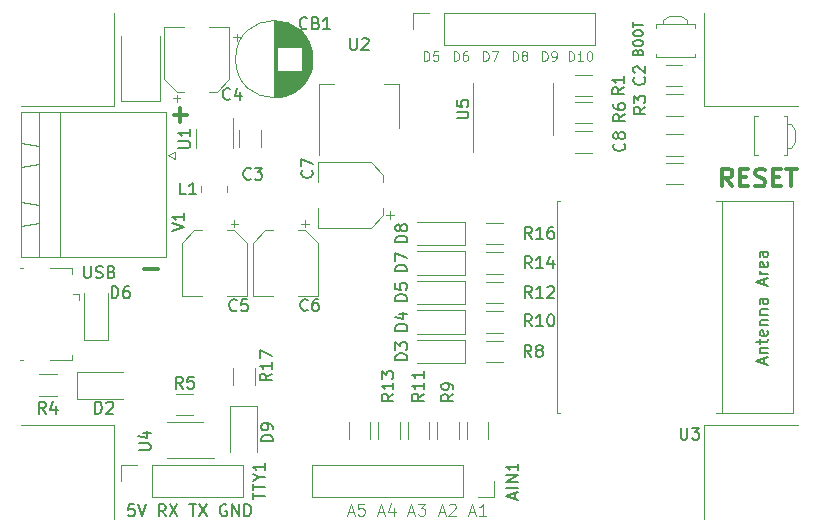
<source format=gbr>
%TF.GenerationSoftware,KiCad,Pcbnew,7.0.6*%
%TF.CreationDate,2024-01-11T21:51:02-05:00*%
%TF.ProjectId,Crystal,43727973-7461-46c2-9e6b-696361645f70,rev?*%
%TF.SameCoordinates,PX1312d00PY1312d00*%
%TF.FileFunction,Legend,Top*%
%TF.FilePolarity,Positive*%
%FSLAX46Y46*%
G04 Gerber Fmt 4.6, Leading zero omitted, Abs format (unit mm)*
G04 Created by KiCad (PCBNEW 7.0.6) date 2024-01-11 21:51:02*
%MOMM*%
%LPD*%
G01*
G04 APERTURE LIST*
%ADD10C,0.120000*%
%ADD11C,0.300000*%
%ADD12C,0.200000*%
%ADD13C,0.100000*%
%ADD14C,0.125000*%
%ADD15C,0.150000*%
G04 APERTURE END LIST*
D10*
X8000000Y-7950000D02*
X100000Y-7950000D01*
X8000000Y-35000000D02*
X8000000Y-42900000D01*
X8000000Y-7950000D02*
X8000000Y-100000D01*
X58000000Y-35000000D02*
X65900000Y-35000000D01*
X58000000Y-42900000D02*
X58000000Y-35000000D01*
X58000000Y-8000000D02*
X58000000Y-100000D01*
X8000000Y-35000000D02*
X100000Y-35000000D01*
X65900000Y-8000000D02*
X58000000Y-8000000D01*
D11*
X60361653Y-14775828D02*
X59861653Y-14061542D01*
X59504510Y-14775828D02*
X59504510Y-13275828D01*
X59504510Y-13275828D02*
X60075939Y-13275828D01*
X60075939Y-13275828D02*
X60218796Y-13347257D01*
X60218796Y-13347257D02*
X60290225Y-13418685D01*
X60290225Y-13418685D02*
X60361653Y-13561542D01*
X60361653Y-13561542D02*
X60361653Y-13775828D01*
X60361653Y-13775828D02*
X60290225Y-13918685D01*
X60290225Y-13918685D02*
X60218796Y-13990114D01*
X60218796Y-13990114D02*
X60075939Y-14061542D01*
X60075939Y-14061542D02*
X59504510Y-14061542D01*
X61004510Y-13990114D02*
X61504510Y-13990114D01*
X61718796Y-14775828D02*
X61004510Y-14775828D01*
X61004510Y-14775828D02*
X61004510Y-13275828D01*
X61004510Y-13275828D02*
X61718796Y-13275828D01*
X62290225Y-14704400D02*
X62504511Y-14775828D01*
X62504511Y-14775828D02*
X62861653Y-14775828D01*
X62861653Y-14775828D02*
X63004511Y-14704400D01*
X63004511Y-14704400D02*
X63075939Y-14632971D01*
X63075939Y-14632971D02*
X63147368Y-14490114D01*
X63147368Y-14490114D02*
X63147368Y-14347257D01*
X63147368Y-14347257D02*
X63075939Y-14204400D01*
X63075939Y-14204400D02*
X63004511Y-14132971D01*
X63004511Y-14132971D02*
X62861653Y-14061542D01*
X62861653Y-14061542D02*
X62575939Y-13990114D01*
X62575939Y-13990114D02*
X62433082Y-13918685D01*
X62433082Y-13918685D02*
X62361653Y-13847257D01*
X62361653Y-13847257D02*
X62290225Y-13704400D01*
X62290225Y-13704400D02*
X62290225Y-13561542D01*
X62290225Y-13561542D02*
X62361653Y-13418685D01*
X62361653Y-13418685D02*
X62433082Y-13347257D01*
X62433082Y-13347257D02*
X62575939Y-13275828D01*
X62575939Y-13275828D02*
X62933082Y-13275828D01*
X62933082Y-13275828D02*
X63147368Y-13347257D01*
X63790224Y-13990114D02*
X64290224Y-13990114D01*
X64504510Y-14775828D02*
X63790224Y-14775828D01*
X63790224Y-14775828D02*
X63790224Y-13275828D01*
X63790224Y-13275828D02*
X64504510Y-13275828D01*
X64933082Y-13275828D02*
X65790225Y-13275828D01*
X65361653Y-14775828D02*
X65361653Y-13275828D01*
D12*
X52347647Y-3411279D02*
X52385742Y-3296993D01*
X52385742Y-3296993D02*
X52423838Y-3258898D01*
X52423838Y-3258898D02*
X52500028Y-3220802D01*
X52500028Y-3220802D02*
X52614314Y-3220802D01*
X52614314Y-3220802D02*
X52690504Y-3258898D01*
X52690504Y-3258898D02*
X52728600Y-3296993D01*
X52728600Y-3296993D02*
X52766695Y-3373183D01*
X52766695Y-3373183D02*
X52766695Y-3677945D01*
X52766695Y-3677945D02*
X51966695Y-3677945D01*
X51966695Y-3677945D02*
X51966695Y-3411279D01*
X51966695Y-3411279D02*
X52004790Y-3335088D01*
X52004790Y-3335088D02*
X52042885Y-3296993D01*
X52042885Y-3296993D02*
X52119076Y-3258898D01*
X52119076Y-3258898D02*
X52195266Y-3258898D01*
X52195266Y-3258898D02*
X52271457Y-3296993D01*
X52271457Y-3296993D02*
X52309552Y-3335088D01*
X52309552Y-3335088D02*
X52347647Y-3411279D01*
X52347647Y-3411279D02*
X52347647Y-3677945D01*
X51966695Y-2725564D02*
X51966695Y-2573183D01*
X51966695Y-2573183D02*
X52004790Y-2496993D01*
X52004790Y-2496993D02*
X52080980Y-2420802D01*
X52080980Y-2420802D02*
X52233361Y-2382707D01*
X52233361Y-2382707D02*
X52500028Y-2382707D01*
X52500028Y-2382707D02*
X52652409Y-2420802D01*
X52652409Y-2420802D02*
X52728600Y-2496993D01*
X52728600Y-2496993D02*
X52766695Y-2573183D01*
X52766695Y-2573183D02*
X52766695Y-2725564D01*
X52766695Y-2725564D02*
X52728600Y-2801755D01*
X52728600Y-2801755D02*
X52652409Y-2877945D01*
X52652409Y-2877945D02*
X52500028Y-2916041D01*
X52500028Y-2916041D02*
X52233361Y-2916041D01*
X52233361Y-2916041D02*
X52080980Y-2877945D01*
X52080980Y-2877945D02*
X52004790Y-2801755D01*
X52004790Y-2801755D02*
X51966695Y-2725564D01*
X51966695Y-1887469D02*
X51966695Y-1735088D01*
X51966695Y-1735088D02*
X52004790Y-1658898D01*
X52004790Y-1658898D02*
X52080980Y-1582707D01*
X52080980Y-1582707D02*
X52233361Y-1544612D01*
X52233361Y-1544612D02*
X52500028Y-1544612D01*
X52500028Y-1544612D02*
X52652409Y-1582707D01*
X52652409Y-1582707D02*
X52728600Y-1658898D01*
X52728600Y-1658898D02*
X52766695Y-1735088D01*
X52766695Y-1735088D02*
X52766695Y-1887469D01*
X52766695Y-1887469D02*
X52728600Y-1963660D01*
X52728600Y-1963660D02*
X52652409Y-2039850D01*
X52652409Y-2039850D02*
X52500028Y-2077946D01*
X52500028Y-2077946D02*
X52233361Y-2077946D01*
X52233361Y-2077946D02*
X52080980Y-2039850D01*
X52080980Y-2039850D02*
X52004790Y-1963660D01*
X52004790Y-1963660D02*
X51966695Y-1887469D01*
X51966695Y-1316041D02*
X51966695Y-858898D01*
X52766695Y-1087470D02*
X51966695Y-1087470D01*
D11*
X10554510Y-21729400D02*
X11697368Y-21729400D01*
D13*
X36756265Y-4146895D02*
X36756265Y-3346895D01*
X36756265Y-3346895D02*
X36946741Y-3346895D01*
X36946741Y-3346895D02*
X37061027Y-3384990D01*
X37061027Y-3384990D02*
X37137217Y-3461180D01*
X37137217Y-3461180D02*
X37175312Y-3537371D01*
X37175312Y-3537371D02*
X37213408Y-3689752D01*
X37213408Y-3689752D02*
X37213408Y-3804038D01*
X37213408Y-3804038D02*
X37175312Y-3956419D01*
X37175312Y-3956419D02*
X37137217Y-4032609D01*
X37137217Y-4032609D02*
X37061027Y-4108800D01*
X37061027Y-4108800D02*
X36946741Y-4146895D01*
X36946741Y-4146895D02*
X36756265Y-4146895D01*
X37899122Y-3346895D02*
X37746741Y-3346895D01*
X37746741Y-3346895D02*
X37670550Y-3384990D01*
X37670550Y-3384990D02*
X37632455Y-3423085D01*
X37632455Y-3423085D02*
X37556265Y-3537371D01*
X37556265Y-3537371D02*
X37518169Y-3689752D01*
X37518169Y-3689752D02*
X37518169Y-3994514D01*
X37518169Y-3994514D02*
X37556265Y-4070704D01*
X37556265Y-4070704D02*
X37594360Y-4108800D01*
X37594360Y-4108800D02*
X37670550Y-4146895D01*
X37670550Y-4146895D02*
X37822931Y-4146895D01*
X37822931Y-4146895D02*
X37899122Y-4108800D01*
X37899122Y-4108800D02*
X37937217Y-4070704D01*
X37937217Y-4070704D02*
X37975312Y-3994514D01*
X37975312Y-3994514D02*
X37975312Y-3804038D01*
X37975312Y-3804038D02*
X37937217Y-3727847D01*
X37937217Y-3727847D02*
X37899122Y-3689752D01*
X37899122Y-3689752D02*
X37822931Y-3651657D01*
X37822931Y-3651657D02*
X37670550Y-3651657D01*
X37670550Y-3651657D02*
X37594360Y-3689752D01*
X37594360Y-3689752D02*
X37556265Y-3727847D01*
X37556265Y-3727847D02*
X37518169Y-3804038D01*
X46506265Y-4146895D02*
X46506265Y-3346895D01*
X46506265Y-3346895D02*
X46696741Y-3346895D01*
X46696741Y-3346895D02*
X46811027Y-3384990D01*
X46811027Y-3384990D02*
X46887217Y-3461180D01*
X46887217Y-3461180D02*
X46925312Y-3537371D01*
X46925312Y-3537371D02*
X46963408Y-3689752D01*
X46963408Y-3689752D02*
X46963408Y-3804038D01*
X46963408Y-3804038D02*
X46925312Y-3956419D01*
X46925312Y-3956419D02*
X46887217Y-4032609D01*
X46887217Y-4032609D02*
X46811027Y-4108800D01*
X46811027Y-4108800D02*
X46696741Y-4146895D01*
X46696741Y-4146895D02*
X46506265Y-4146895D01*
X47725312Y-4146895D02*
X47268169Y-4146895D01*
X47496741Y-4146895D02*
X47496741Y-3346895D01*
X47496741Y-3346895D02*
X47420550Y-3461180D01*
X47420550Y-3461180D02*
X47344360Y-3537371D01*
X47344360Y-3537371D02*
X47268169Y-3575466D01*
X48220551Y-3346895D02*
X48296741Y-3346895D01*
X48296741Y-3346895D02*
X48372932Y-3384990D01*
X48372932Y-3384990D02*
X48411027Y-3423085D01*
X48411027Y-3423085D02*
X48449122Y-3499276D01*
X48449122Y-3499276D02*
X48487217Y-3651657D01*
X48487217Y-3651657D02*
X48487217Y-3842133D01*
X48487217Y-3842133D02*
X48449122Y-3994514D01*
X48449122Y-3994514D02*
X48411027Y-4070704D01*
X48411027Y-4070704D02*
X48372932Y-4108800D01*
X48372932Y-4108800D02*
X48296741Y-4146895D01*
X48296741Y-4146895D02*
X48220551Y-4146895D01*
X48220551Y-4146895D02*
X48144360Y-4108800D01*
X48144360Y-4108800D02*
X48106265Y-4070704D01*
X48106265Y-4070704D02*
X48068170Y-3994514D01*
X48068170Y-3994514D02*
X48030074Y-3842133D01*
X48030074Y-3842133D02*
X48030074Y-3651657D01*
X48030074Y-3651657D02*
X48068170Y-3499276D01*
X48068170Y-3499276D02*
X48106265Y-3423085D01*
X48106265Y-3423085D02*
X48144360Y-3384990D01*
X48144360Y-3384990D02*
X48220551Y-3346895D01*
X41756265Y-4146895D02*
X41756265Y-3346895D01*
X41756265Y-3346895D02*
X41946741Y-3346895D01*
X41946741Y-3346895D02*
X42061027Y-3384990D01*
X42061027Y-3384990D02*
X42137217Y-3461180D01*
X42137217Y-3461180D02*
X42175312Y-3537371D01*
X42175312Y-3537371D02*
X42213408Y-3689752D01*
X42213408Y-3689752D02*
X42213408Y-3804038D01*
X42213408Y-3804038D02*
X42175312Y-3956419D01*
X42175312Y-3956419D02*
X42137217Y-4032609D01*
X42137217Y-4032609D02*
X42061027Y-4108800D01*
X42061027Y-4108800D02*
X41946741Y-4146895D01*
X41946741Y-4146895D02*
X41756265Y-4146895D01*
X42670550Y-3689752D02*
X42594360Y-3651657D01*
X42594360Y-3651657D02*
X42556265Y-3613561D01*
X42556265Y-3613561D02*
X42518169Y-3537371D01*
X42518169Y-3537371D02*
X42518169Y-3499276D01*
X42518169Y-3499276D02*
X42556265Y-3423085D01*
X42556265Y-3423085D02*
X42594360Y-3384990D01*
X42594360Y-3384990D02*
X42670550Y-3346895D01*
X42670550Y-3346895D02*
X42822931Y-3346895D01*
X42822931Y-3346895D02*
X42899122Y-3384990D01*
X42899122Y-3384990D02*
X42937217Y-3423085D01*
X42937217Y-3423085D02*
X42975312Y-3499276D01*
X42975312Y-3499276D02*
X42975312Y-3537371D01*
X42975312Y-3537371D02*
X42937217Y-3613561D01*
X42937217Y-3613561D02*
X42899122Y-3651657D01*
X42899122Y-3651657D02*
X42822931Y-3689752D01*
X42822931Y-3689752D02*
X42670550Y-3689752D01*
X42670550Y-3689752D02*
X42594360Y-3727847D01*
X42594360Y-3727847D02*
X42556265Y-3765942D01*
X42556265Y-3765942D02*
X42518169Y-3842133D01*
X42518169Y-3842133D02*
X42518169Y-3994514D01*
X42518169Y-3994514D02*
X42556265Y-4070704D01*
X42556265Y-4070704D02*
X42594360Y-4108800D01*
X42594360Y-4108800D02*
X42670550Y-4146895D01*
X42670550Y-4146895D02*
X42822931Y-4146895D01*
X42822931Y-4146895D02*
X42899122Y-4108800D01*
X42899122Y-4108800D02*
X42937217Y-4070704D01*
X42937217Y-4070704D02*
X42975312Y-3994514D01*
X42975312Y-3994514D02*
X42975312Y-3842133D01*
X42975312Y-3842133D02*
X42937217Y-3765942D01*
X42937217Y-3765942D02*
X42899122Y-3727847D01*
X42899122Y-3727847D02*
X42822931Y-3689752D01*
D14*
X27797712Y-42360404D02*
X28273902Y-42360404D01*
X27702474Y-42646119D02*
X28035807Y-41646119D01*
X28035807Y-41646119D02*
X28369140Y-42646119D01*
X29178664Y-41646119D02*
X28702474Y-41646119D01*
X28702474Y-41646119D02*
X28654855Y-42122309D01*
X28654855Y-42122309D02*
X28702474Y-42074690D01*
X28702474Y-42074690D02*
X28797712Y-42027071D01*
X28797712Y-42027071D02*
X29035807Y-42027071D01*
X29035807Y-42027071D02*
X29131045Y-42074690D01*
X29131045Y-42074690D02*
X29178664Y-42122309D01*
X29178664Y-42122309D02*
X29226283Y-42217547D01*
X29226283Y-42217547D02*
X29226283Y-42455642D01*
X29226283Y-42455642D02*
X29178664Y-42550880D01*
X29178664Y-42550880D02*
X29131045Y-42598500D01*
X29131045Y-42598500D02*
X29035807Y-42646119D01*
X29035807Y-42646119D02*
X28797712Y-42646119D01*
X28797712Y-42646119D02*
X28702474Y-42598500D01*
X28702474Y-42598500D02*
X28654855Y-42550880D01*
X30369141Y-42360404D02*
X30845331Y-42360404D01*
X30273903Y-42646119D02*
X30607236Y-41646119D01*
X30607236Y-41646119D02*
X30940569Y-42646119D01*
X31702474Y-41979452D02*
X31702474Y-42646119D01*
X31464379Y-41598500D02*
X31226284Y-42312785D01*
X31226284Y-42312785D02*
X31845331Y-42312785D01*
X32940570Y-42360404D02*
X33416760Y-42360404D01*
X32845332Y-42646119D02*
X33178665Y-41646119D01*
X33178665Y-41646119D02*
X33511998Y-42646119D01*
X33750094Y-41646119D02*
X34369141Y-41646119D01*
X34369141Y-41646119D02*
X34035808Y-42027071D01*
X34035808Y-42027071D02*
X34178665Y-42027071D01*
X34178665Y-42027071D02*
X34273903Y-42074690D01*
X34273903Y-42074690D02*
X34321522Y-42122309D01*
X34321522Y-42122309D02*
X34369141Y-42217547D01*
X34369141Y-42217547D02*
X34369141Y-42455642D01*
X34369141Y-42455642D02*
X34321522Y-42550880D01*
X34321522Y-42550880D02*
X34273903Y-42598500D01*
X34273903Y-42598500D02*
X34178665Y-42646119D01*
X34178665Y-42646119D02*
X33892951Y-42646119D01*
X33892951Y-42646119D02*
X33797713Y-42598500D01*
X33797713Y-42598500D02*
X33750094Y-42550880D01*
X35511999Y-42360404D02*
X35988189Y-42360404D01*
X35416761Y-42646119D02*
X35750094Y-41646119D01*
X35750094Y-41646119D02*
X36083427Y-42646119D01*
X36369142Y-41741357D02*
X36416761Y-41693738D01*
X36416761Y-41693738D02*
X36511999Y-41646119D01*
X36511999Y-41646119D02*
X36750094Y-41646119D01*
X36750094Y-41646119D02*
X36845332Y-41693738D01*
X36845332Y-41693738D02*
X36892951Y-41741357D01*
X36892951Y-41741357D02*
X36940570Y-41836595D01*
X36940570Y-41836595D02*
X36940570Y-41931833D01*
X36940570Y-41931833D02*
X36892951Y-42074690D01*
X36892951Y-42074690D02*
X36321523Y-42646119D01*
X36321523Y-42646119D02*
X36940570Y-42646119D01*
X38083428Y-42360404D02*
X38559618Y-42360404D01*
X37988190Y-42646119D02*
X38321523Y-41646119D01*
X38321523Y-41646119D02*
X38654856Y-42646119D01*
X39511999Y-42646119D02*
X38940571Y-42646119D01*
X39226285Y-42646119D02*
X39226285Y-41646119D01*
X39226285Y-41646119D02*
X39131047Y-41788976D01*
X39131047Y-41788976D02*
X39035809Y-41884214D01*
X39035809Y-41884214D02*
X38940571Y-41931833D01*
D15*
X9712969Y-41694819D02*
X9236779Y-41694819D01*
X9236779Y-41694819D02*
X9189160Y-42171009D01*
X9189160Y-42171009D02*
X9236779Y-42123390D01*
X9236779Y-42123390D02*
X9332017Y-42075771D01*
X9332017Y-42075771D02*
X9570112Y-42075771D01*
X9570112Y-42075771D02*
X9665350Y-42123390D01*
X9665350Y-42123390D02*
X9712969Y-42171009D01*
X9712969Y-42171009D02*
X9760588Y-42266247D01*
X9760588Y-42266247D02*
X9760588Y-42504342D01*
X9760588Y-42504342D02*
X9712969Y-42599580D01*
X9712969Y-42599580D02*
X9665350Y-42647200D01*
X9665350Y-42647200D02*
X9570112Y-42694819D01*
X9570112Y-42694819D02*
X9332017Y-42694819D01*
X9332017Y-42694819D02*
X9236779Y-42647200D01*
X9236779Y-42647200D02*
X9189160Y-42599580D01*
X10046303Y-41694819D02*
X10379636Y-42694819D01*
X10379636Y-42694819D02*
X10712969Y-41694819D01*
X12379636Y-42694819D02*
X12046303Y-42218628D01*
X11808208Y-42694819D02*
X11808208Y-41694819D01*
X11808208Y-41694819D02*
X12189160Y-41694819D01*
X12189160Y-41694819D02*
X12284398Y-41742438D01*
X12284398Y-41742438D02*
X12332017Y-41790057D01*
X12332017Y-41790057D02*
X12379636Y-41885295D01*
X12379636Y-41885295D02*
X12379636Y-42028152D01*
X12379636Y-42028152D02*
X12332017Y-42123390D01*
X12332017Y-42123390D02*
X12284398Y-42171009D01*
X12284398Y-42171009D02*
X12189160Y-42218628D01*
X12189160Y-42218628D02*
X11808208Y-42218628D01*
X12712970Y-41694819D02*
X13379636Y-42694819D01*
X13379636Y-41694819D02*
X12712970Y-42694819D01*
X14379637Y-41694819D02*
X14951065Y-41694819D01*
X14665351Y-42694819D02*
X14665351Y-41694819D01*
X15189161Y-41694819D02*
X15855827Y-42694819D01*
X15855827Y-41694819D02*
X15189161Y-42694819D01*
X17522494Y-41742438D02*
X17427256Y-41694819D01*
X17427256Y-41694819D02*
X17284399Y-41694819D01*
X17284399Y-41694819D02*
X17141542Y-41742438D01*
X17141542Y-41742438D02*
X17046304Y-41837676D01*
X17046304Y-41837676D02*
X16998685Y-41932914D01*
X16998685Y-41932914D02*
X16951066Y-42123390D01*
X16951066Y-42123390D02*
X16951066Y-42266247D01*
X16951066Y-42266247D02*
X16998685Y-42456723D01*
X16998685Y-42456723D02*
X17046304Y-42551961D01*
X17046304Y-42551961D02*
X17141542Y-42647200D01*
X17141542Y-42647200D02*
X17284399Y-42694819D01*
X17284399Y-42694819D02*
X17379637Y-42694819D01*
X17379637Y-42694819D02*
X17522494Y-42647200D01*
X17522494Y-42647200D02*
X17570113Y-42599580D01*
X17570113Y-42599580D02*
X17570113Y-42266247D01*
X17570113Y-42266247D02*
X17379637Y-42266247D01*
X17998685Y-42694819D02*
X17998685Y-41694819D01*
X17998685Y-41694819D02*
X18570113Y-42694819D01*
X18570113Y-42694819D02*
X18570113Y-41694819D01*
X19046304Y-42694819D02*
X19046304Y-41694819D01*
X19046304Y-41694819D02*
X19284399Y-41694819D01*
X19284399Y-41694819D02*
X19427256Y-41742438D01*
X19427256Y-41742438D02*
X19522494Y-41837676D01*
X19522494Y-41837676D02*
X19570113Y-41932914D01*
X19570113Y-41932914D02*
X19617732Y-42123390D01*
X19617732Y-42123390D02*
X19617732Y-42266247D01*
X19617732Y-42266247D02*
X19570113Y-42456723D01*
X19570113Y-42456723D02*
X19522494Y-42551961D01*
X19522494Y-42551961D02*
X19427256Y-42647200D01*
X19427256Y-42647200D02*
X19284399Y-42694819D01*
X19284399Y-42694819D02*
X19046304Y-42694819D01*
D13*
X44256265Y-4146895D02*
X44256265Y-3346895D01*
X44256265Y-3346895D02*
X44446741Y-3346895D01*
X44446741Y-3346895D02*
X44561027Y-3384990D01*
X44561027Y-3384990D02*
X44637217Y-3461180D01*
X44637217Y-3461180D02*
X44675312Y-3537371D01*
X44675312Y-3537371D02*
X44713408Y-3689752D01*
X44713408Y-3689752D02*
X44713408Y-3804038D01*
X44713408Y-3804038D02*
X44675312Y-3956419D01*
X44675312Y-3956419D02*
X44637217Y-4032609D01*
X44637217Y-4032609D02*
X44561027Y-4108800D01*
X44561027Y-4108800D02*
X44446741Y-4146895D01*
X44446741Y-4146895D02*
X44256265Y-4146895D01*
X45094360Y-4146895D02*
X45246741Y-4146895D01*
X45246741Y-4146895D02*
X45322931Y-4108800D01*
X45322931Y-4108800D02*
X45361027Y-4070704D01*
X45361027Y-4070704D02*
X45437217Y-3956419D01*
X45437217Y-3956419D02*
X45475312Y-3804038D01*
X45475312Y-3804038D02*
X45475312Y-3499276D01*
X45475312Y-3499276D02*
X45437217Y-3423085D01*
X45437217Y-3423085D02*
X45399122Y-3384990D01*
X45399122Y-3384990D02*
X45322931Y-3346895D01*
X45322931Y-3346895D02*
X45170550Y-3346895D01*
X45170550Y-3346895D02*
X45094360Y-3384990D01*
X45094360Y-3384990D02*
X45056265Y-3423085D01*
X45056265Y-3423085D02*
X45018169Y-3499276D01*
X45018169Y-3499276D02*
X45018169Y-3689752D01*
X45018169Y-3689752D02*
X45056265Y-3765942D01*
X45056265Y-3765942D02*
X45094360Y-3804038D01*
X45094360Y-3804038D02*
X45170550Y-3842133D01*
X45170550Y-3842133D02*
X45322931Y-3842133D01*
X45322931Y-3842133D02*
X45399122Y-3804038D01*
X45399122Y-3804038D02*
X45437217Y-3765942D01*
X45437217Y-3765942D02*
X45475312Y-3689752D01*
X34256265Y-4146895D02*
X34256265Y-3346895D01*
X34256265Y-3346895D02*
X34446741Y-3346895D01*
X34446741Y-3346895D02*
X34561027Y-3384990D01*
X34561027Y-3384990D02*
X34637217Y-3461180D01*
X34637217Y-3461180D02*
X34675312Y-3537371D01*
X34675312Y-3537371D02*
X34713408Y-3689752D01*
X34713408Y-3689752D02*
X34713408Y-3804038D01*
X34713408Y-3804038D02*
X34675312Y-3956419D01*
X34675312Y-3956419D02*
X34637217Y-4032609D01*
X34637217Y-4032609D02*
X34561027Y-4108800D01*
X34561027Y-4108800D02*
X34446741Y-4146895D01*
X34446741Y-4146895D02*
X34256265Y-4146895D01*
X35437217Y-3346895D02*
X35056265Y-3346895D01*
X35056265Y-3346895D02*
X35018169Y-3727847D01*
X35018169Y-3727847D02*
X35056265Y-3689752D01*
X35056265Y-3689752D02*
X35132455Y-3651657D01*
X35132455Y-3651657D02*
X35322931Y-3651657D01*
X35322931Y-3651657D02*
X35399122Y-3689752D01*
X35399122Y-3689752D02*
X35437217Y-3727847D01*
X35437217Y-3727847D02*
X35475312Y-3804038D01*
X35475312Y-3804038D02*
X35475312Y-3994514D01*
X35475312Y-3994514D02*
X35437217Y-4070704D01*
X35437217Y-4070704D02*
X35399122Y-4108800D01*
X35399122Y-4108800D02*
X35322931Y-4146895D01*
X35322931Y-4146895D02*
X35132455Y-4146895D01*
X35132455Y-4146895D02*
X35056265Y-4108800D01*
X35056265Y-4108800D02*
X35018169Y-4070704D01*
D15*
X5461779Y-21519819D02*
X5461779Y-22329342D01*
X5461779Y-22329342D02*
X5509398Y-22424580D01*
X5509398Y-22424580D02*
X5557017Y-22472200D01*
X5557017Y-22472200D02*
X5652255Y-22519819D01*
X5652255Y-22519819D02*
X5842731Y-22519819D01*
X5842731Y-22519819D02*
X5937969Y-22472200D01*
X5937969Y-22472200D02*
X5985588Y-22424580D01*
X5985588Y-22424580D02*
X6033207Y-22329342D01*
X6033207Y-22329342D02*
X6033207Y-21519819D01*
X6461779Y-22472200D02*
X6604636Y-22519819D01*
X6604636Y-22519819D02*
X6842731Y-22519819D01*
X6842731Y-22519819D02*
X6937969Y-22472200D01*
X6937969Y-22472200D02*
X6985588Y-22424580D01*
X6985588Y-22424580D02*
X7033207Y-22329342D01*
X7033207Y-22329342D02*
X7033207Y-22234104D01*
X7033207Y-22234104D02*
X6985588Y-22138866D01*
X6985588Y-22138866D02*
X6937969Y-22091247D01*
X6937969Y-22091247D02*
X6842731Y-22043628D01*
X6842731Y-22043628D02*
X6652255Y-21996009D01*
X6652255Y-21996009D02*
X6557017Y-21948390D01*
X6557017Y-21948390D02*
X6509398Y-21900771D01*
X6509398Y-21900771D02*
X6461779Y-21805533D01*
X6461779Y-21805533D02*
X6461779Y-21710295D01*
X6461779Y-21710295D02*
X6509398Y-21615057D01*
X6509398Y-21615057D02*
X6557017Y-21567438D01*
X6557017Y-21567438D02*
X6652255Y-21519819D01*
X6652255Y-21519819D02*
X6890350Y-21519819D01*
X6890350Y-21519819D02*
X7033207Y-21567438D01*
X7795112Y-21996009D02*
X7937969Y-22043628D01*
X7937969Y-22043628D02*
X7985588Y-22091247D01*
X7985588Y-22091247D02*
X8033207Y-22186485D01*
X8033207Y-22186485D02*
X8033207Y-22329342D01*
X8033207Y-22329342D02*
X7985588Y-22424580D01*
X7985588Y-22424580D02*
X7937969Y-22472200D01*
X7937969Y-22472200D02*
X7842731Y-22519819D01*
X7842731Y-22519819D02*
X7461779Y-22519819D01*
X7461779Y-22519819D02*
X7461779Y-21519819D01*
X7461779Y-21519819D02*
X7795112Y-21519819D01*
X7795112Y-21519819D02*
X7890350Y-21567438D01*
X7890350Y-21567438D02*
X7937969Y-21615057D01*
X7937969Y-21615057D02*
X7985588Y-21710295D01*
X7985588Y-21710295D02*
X7985588Y-21805533D01*
X7985588Y-21805533D02*
X7937969Y-21900771D01*
X7937969Y-21900771D02*
X7890350Y-21948390D01*
X7890350Y-21948390D02*
X7795112Y-21996009D01*
X7795112Y-21996009D02*
X7461779Y-21996009D01*
D13*
X39256265Y-4146895D02*
X39256265Y-3346895D01*
X39256265Y-3346895D02*
X39446741Y-3346895D01*
X39446741Y-3346895D02*
X39561027Y-3384990D01*
X39561027Y-3384990D02*
X39637217Y-3461180D01*
X39637217Y-3461180D02*
X39675312Y-3537371D01*
X39675312Y-3537371D02*
X39713408Y-3689752D01*
X39713408Y-3689752D02*
X39713408Y-3804038D01*
X39713408Y-3804038D02*
X39675312Y-3956419D01*
X39675312Y-3956419D02*
X39637217Y-4032609D01*
X39637217Y-4032609D02*
X39561027Y-4108800D01*
X39561027Y-4108800D02*
X39446741Y-4146895D01*
X39446741Y-4146895D02*
X39256265Y-4146895D01*
X39980074Y-3346895D02*
X40513408Y-3346895D01*
X40513408Y-3346895D02*
X40170550Y-4146895D01*
D11*
X13054510Y-8729400D02*
X14197368Y-8729400D01*
X13625939Y-9300828D02*
X13625939Y-8157971D01*
D15*
X14083333Y-15454819D02*
X13607143Y-15454819D01*
X13607143Y-15454819D02*
X13607143Y-14454819D01*
X14940476Y-15454819D02*
X14369048Y-15454819D01*
X14654762Y-15454819D02*
X14654762Y-14454819D01*
X14654762Y-14454819D02*
X14559524Y-14597676D01*
X14559524Y-14597676D02*
X14464286Y-14692914D01*
X14464286Y-14692914D02*
X14369048Y-14740533D01*
X43369642Y-24204819D02*
X43036309Y-23728628D01*
X42798214Y-24204819D02*
X42798214Y-23204819D01*
X42798214Y-23204819D02*
X43179166Y-23204819D01*
X43179166Y-23204819D02*
X43274404Y-23252438D01*
X43274404Y-23252438D02*
X43322023Y-23300057D01*
X43322023Y-23300057D02*
X43369642Y-23395295D01*
X43369642Y-23395295D02*
X43369642Y-23538152D01*
X43369642Y-23538152D02*
X43322023Y-23633390D01*
X43322023Y-23633390D02*
X43274404Y-23681009D01*
X43274404Y-23681009D02*
X43179166Y-23728628D01*
X43179166Y-23728628D02*
X42798214Y-23728628D01*
X44322023Y-24204819D02*
X43750595Y-24204819D01*
X44036309Y-24204819D02*
X44036309Y-23204819D01*
X44036309Y-23204819D02*
X43941071Y-23347676D01*
X43941071Y-23347676D02*
X43845833Y-23442914D01*
X43845833Y-23442914D02*
X43750595Y-23490533D01*
X44702976Y-23300057D02*
X44750595Y-23252438D01*
X44750595Y-23252438D02*
X44845833Y-23204819D01*
X44845833Y-23204819D02*
X45083928Y-23204819D01*
X45083928Y-23204819D02*
X45179166Y-23252438D01*
X45179166Y-23252438D02*
X45226785Y-23300057D01*
X45226785Y-23300057D02*
X45274404Y-23395295D01*
X45274404Y-23395295D02*
X45274404Y-23490533D01*
X45274404Y-23490533D02*
X45226785Y-23633390D01*
X45226785Y-23633390D02*
X44655357Y-24204819D01*
X44655357Y-24204819D02*
X45274404Y-24204819D01*
X24333333Y-1359580D02*
X24285714Y-1407200D01*
X24285714Y-1407200D02*
X24142857Y-1454819D01*
X24142857Y-1454819D02*
X24047619Y-1454819D01*
X24047619Y-1454819D02*
X23904762Y-1407200D01*
X23904762Y-1407200D02*
X23809524Y-1311961D01*
X23809524Y-1311961D02*
X23761905Y-1216723D01*
X23761905Y-1216723D02*
X23714286Y-1026247D01*
X23714286Y-1026247D02*
X23714286Y-883390D01*
X23714286Y-883390D02*
X23761905Y-692914D01*
X23761905Y-692914D02*
X23809524Y-597676D01*
X23809524Y-597676D02*
X23904762Y-502438D01*
X23904762Y-502438D02*
X24047619Y-454819D01*
X24047619Y-454819D02*
X24142857Y-454819D01*
X24142857Y-454819D02*
X24285714Y-502438D01*
X24285714Y-502438D02*
X24333333Y-550057D01*
X25095238Y-931009D02*
X25238095Y-978628D01*
X25238095Y-978628D02*
X25285714Y-1026247D01*
X25285714Y-1026247D02*
X25333333Y-1121485D01*
X25333333Y-1121485D02*
X25333333Y-1264342D01*
X25333333Y-1264342D02*
X25285714Y-1359580D01*
X25285714Y-1359580D02*
X25238095Y-1407200D01*
X25238095Y-1407200D02*
X25142857Y-1454819D01*
X25142857Y-1454819D02*
X24761905Y-1454819D01*
X24761905Y-1454819D02*
X24761905Y-454819D01*
X24761905Y-454819D02*
X25095238Y-454819D01*
X25095238Y-454819D02*
X25190476Y-502438D01*
X25190476Y-502438D02*
X25238095Y-550057D01*
X25238095Y-550057D02*
X25285714Y-645295D01*
X25285714Y-645295D02*
X25285714Y-740533D01*
X25285714Y-740533D02*
X25238095Y-835771D01*
X25238095Y-835771D02*
X25190476Y-883390D01*
X25190476Y-883390D02*
X25095238Y-931009D01*
X25095238Y-931009D02*
X24761905Y-931009D01*
X26285714Y-1454819D02*
X25714286Y-1454819D01*
X26000000Y-1454819D02*
X26000000Y-454819D01*
X26000000Y-454819D02*
X25904762Y-597676D01*
X25904762Y-597676D02*
X25809524Y-692914D01*
X25809524Y-692914D02*
X25714286Y-740533D01*
X36729819Y-32366666D02*
X36253628Y-32699999D01*
X36729819Y-32938094D02*
X35729819Y-32938094D01*
X35729819Y-32938094D02*
X35729819Y-32557142D01*
X35729819Y-32557142D02*
X35777438Y-32461904D01*
X35777438Y-32461904D02*
X35825057Y-32414285D01*
X35825057Y-32414285D02*
X35920295Y-32366666D01*
X35920295Y-32366666D02*
X36063152Y-32366666D01*
X36063152Y-32366666D02*
X36158390Y-32414285D01*
X36158390Y-32414285D02*
X36206009Y-32461904D01*
X36206009Y-32461904D02*
X36253628Y-32557142D01*
X36253628Y-32557142D02*
X36253628Y-32938094D01*
X36729819Y-31890475D02*
X36729819Y-31699999D01*
X36729819Y-31699999D02*
X36682200Y-31604761D01*
X36682200Y-31604761D02*
X36634580Y-31557142D01*
X36634580Y-31557142D02*
X36491723Y-31461904D01*
X36491723Y-31461904D02*
X36301247Y-31414285D01*
X36301247Y-31414285D02*
X35920295Y-31414285D01*
X35920295Y-31414285D02*
X35825057Y-31461904D01*
X35825057Y-31461904D02*
X35777438Y-31509523D01*
X35777438Y-31509523D02*
X35729819Y-31604761D01*
X35729819Y-31604761D02*
X35729819Y-31795237D01*
X35729819Y-31795237D02*
X35777438Y-31890475D01*
X35777438Y-31890475D02*
X35825057Y-31938094D01*
X35825057Y-31938094D02*
X35920295Y-31985713D01*
X35920295Y-31985713D02*
X36158390Y-31985713D01*
X36158390Y-31985713D02*
X36253628Y-31938094D01*
X36253628Y-31938094D02*
X36301247Y-31890475D01*
X36301247Y-31890475D02*
X36348866Y-31795237D01*
X36348866Y-31795237D02*
X36348866Y-31604761D01*
X36348866Y-31604761D02*
X36301247Y-31509523D01*
X36301247Y-31509523D02*
X36253628Y-31461904D01*
X36253628Y-31461904D02*
X36158390Y-31414285D01*
X53004819Y-8041666D02*
X52528628Y-8374999D01*
X53004819Y-8613094D02*
X52004819Y-8613094D01*
X52004819Y-8613094D02*
X52004819Y-8232142D01*
X52004819Y-8232142D02*
X52052438Y-8136904D01*
X52052438Y-8136904D02*
X52100057Y-8089285D01*
X52100057Y-8089285D02*
X52195295Y-8041666D01*
X52195295Y-8041666D02*
X52338152Y-8041666D01*
X52338152Y-8041666D02*
X52433390Y-8089285D01*
X52433390Y-8089285D02*
X52481009Y-8136904D01*
X52481009Y-8136904D02*
X52528628Y-8232142D01*
X52528628Y-8232142D02*
X52528628Y-8613094D01*
X52004819Y-7708332D02*
X52004819Y-7089285D01*
X52004819Y-7089285D02*
X52385771Y-7422618D01*
X52385771Y-7422618D02*
X52385771Y-7279761D01*
X52385771Y-7279761D02*
X52433390Y-7184523D01*
X52433390Y-7184523D02*
X52481009Y-7136904D01*
X52481009Y-7136904D02*
X52576247Y-7089285D01*
X52576247Y-7089285D02*
X52814342Y-7089285D01*
X52814342Y-7089285D02*
X52909580Y-7136904D01*
X52909580Y-7136904D02*
X52957200Y-7184523D01*
X52957200Y-7184523D02*
X53004819Y-7279761D01*
X53004819Y-7279761D02*
X53004819Y-7565475D01*
X53004819Y-7565475D02*
X52957200Y-7660713D01*
X52957200Y-7660713D02*
X52909580Y-7708332D01*
X6411905Y-34004819D02*
X6411905Y-33004819D01*
X6411905Y-33004819D02*
X6650000Y-33004819D01*
X6650000Y-33004819D02*
X6792857Y-33052438D01*
X6792857Y-33052438D02*
X6888095Y-33147676D01*
X6888095Y-33147676D02*
X6935714Y-33242914D01*
X6935714Y-33242914D02*
X6983333Y-33433390D01*
X6983333Y-33433390D02*
X6983333Y-33576247D01*
X6983333Y-33576247D02*
X6935714Y-33766723D01*
X6935714Y-33766723D02*
X6888095Y-33861961D01*
X6888095Y-33861961D02*
X6792857Y-33957200D01*
X6792857Y-33957200D02*
X6650000Y-34004819D01*
X6650000Y-34004819D02*
X6411905Y-34004819D01*
X7364286Y-33100057D02*
X7411905Y-33052438D01*
X7411905Y-33052438D02*
X7507143Y-33004819D01*
X7507143Y-33004819D02*
X7745238Y-33004819D01*
X7745238Y-33004819D02*
X7840476Y-33052438D01*
X7840476Y-33052438D02*
X7888095Y-33100057D01*
X7888095Y-33100057D02*
X7935714Y-33195295D01*
X7935714Y-33195295D02*
X7935714Y-33290533D01*
X7935714Y-33290533D02*
X7888095Y-33433390D01*
X7888095Y-33433390D02*
X7316667Y-34004819D01*
X7316667Y-34004819D02*
X7935714Y-34004819D01*
X27988095Y-2204819D02*
X27988095Y-3014342D01*
X27988095Y-3014342D02*
X28035714Y-3109580D01*
X28035714Y-3109580D02*
X28083333Y-3157200D01*
X28083333Y-3157200D02*
X28178571Y-3204819D01*
X28178571Y-3204819D02*
X28369047Y-3204819D01*
X28369047Y-3204819D02*
X28464285Y-3157200D01*
X28464285Y-3157200D02*
X28511904Y-3109580D01*
X28511904Y-3109580D02*
X28559523Y-3014342D01*
X28559523Y-3014342D02*
X28559523Y-2204819D01*
X28988095Y-2300057D02*
X29035714Y-2252438D01*
X29035714Y-2252438D02*
X29130952Y-2204819D01*
X29130952Y-2204819D02*
X29369047Y-2204819D01*
X29369047Y-2204819D02*
X29464285Y-2252438D01*
X29464285Y-2252438D02*
X29511904Y-2300057D01*
X29511904Y-2300057D02*
X29559523Y-2395295D01*
X29559523Y-2395295D02*
X29559523Y-2490533D01*
X29559523Y-2490533D02*
X29511904Y-2633390D01*
X29511904Y-2633390D02*
X28940476Y-3204819D01*
X28940476Y-3204819D02*
X29559523Y-3204819D01*
X52884580Y-5541666D02*
X52932200Y-5589285D01*
X52932200Y-5589285D02*
X52979819Y-5732142D01*
X52979819Y-5732142D02*
X52979819Y-5827380D01*
X52979819Y-5827380D02*
X52932200Y-5970237D01*
X52932200Y-5970237D02*
X52836961Y-6065475D01*
X52836961Y-6065475D02*
X52741723Y-6113094D01*
X52741723Y-6113094D02*
X52551247Y-6160713D01*
X52551247Y-6160713D02*
X52408390Y-6160713D01*
X52408390Y-6160713D02*
X52217914Y-6113094D01*
X52217914Y-6113094D02*
X52122676Y-6065475D01*
X52122676Y-6065475D02*
X52027438Y-5970237D01*
X52027438Y-5970237D02*
X51979819Y-5827380D01*
X51979819Y-5827380D02*
X51979819Y-5732142D01*
X51979819Y-5732142D02*
X52027438Y-5589285D01*
X52027438Y-5589285D02*
X52075057Y-5541666D01*
X52075057Y-5160713D02*
X52027438Y-5113094D01*
X52027438Y-5113094D02*
X51979819Y-5017856D01*
X51979819Y-5017856D02*
X51979819Y-4779761D01*
X51979819Y-4779761D02*
X52027438Y-4684523D01*
X52027438Y-4684523D02*
X52075057Y-4636904D01*
X52075057Y-4636904D02*
X52170295Y-4589285D01*
X52170295Y-4589285D02*
X52265533Y-4589285D01*
X52265533Y-4589285D02*
X52408390Y-4636904D01*
X52408390Y-4636904D02*
X52979819Y-5208332D01*
X52979819Y-5208332D02*
X52979819Y-4589285D01*
X32829819Y-26988094D02*
X31829819Y-26988094D01*
X31829819Y-26988094D02*
X31829819Y-26749999D01*
X31829819Y-26749999D02*
X31877438Y-26607142D01*
X31877438Y-26607142D02*
X31972676Y-26511904D01*
X31972676Y-26511904D02*
X32067914Y-26464285D01*
X32067914Y-26464285D02*
X32258390Y-26416666D01*
X32258390Y-26416666D02*
X32401247Y-26416666D01*
X32401247Y-26416666D02*
X32591723Y-26464285D01*
X32591723Y-26464285D02*
X32686961Y-26511904D01*
X32686961Y-26511904D02*
X32782200Y-26607142D01*
X32782200Y-26607142D02*
X32829819Y-26749999D01*
X32829819Y-26749999D02*
X32829819Y-26988094D01*
X32163152Y-25559523D02*
X32829819Y-25559523D01*
X31782200Y-25797618D02*
X32496485Y-26035713D01*
X32496485Y-26035713D02*
X32496485Y-25416666D01*
X31667319Y-32342857D02*
X31191128Y-32676190D01*
X31667319Y-32914285D02*
X30667319Y-32914285D01*
X30667319Y-32914285D02*
X30667319Y-32533333D01*
X30667319Y-32533333D02*
X30714938Y-32438095D01*
X30714938Y-32438095D02*
X30762557Y-32390476D01*
X30762557Y-32390476D02*
X30857795Y-32342857D01*
X30857795Y-32342857D02*
X31000652Y-32342857D01*
X31000652Y-32342857D02*
X31095890Y-32390476D01*
X31095890Y-32390476D02*
X31143509Y-32438095D01*
X31143509Y-32438095D02*
X31191128Y-32533333D01*
X31191128Y-32533333D02*
X31191128Y-32914285D01*
X31667319Y-31390476D02*
X31667319Y-31961904D01*
X31667319Y-31676190D02*
X30667319Y-31676190D01*
X30667319Y-31676190D02*
X30810176Y-31771428D01*
X30810176Y-31771428D02*
X30905414Y-31866666D01*
X30905414Y-31866666D02*
X30953033Y-31961904D01*
X30667319Y-31057142D02*
X30667319Y-30438095D01*
X30667319Y-30438095D02*
X31048271Y-30771428D01*
X31048271Y-30771428D02*
X31048271Y-30628571D01*
X31048271Y-30628571D02*
X31095890Y-30533333D01*
X31095890Y-30533333D02*
X31143509Y-30485714D01*
X31143509Y-30485714D02*
X31238747Y-30438095D01*
X31238747Y-30438095D02*
X31476842Y-30438095D01*
X31476842Y-30438095D02*
X31572080Y-30485714D01*
X31572080Y-30485714D02*
X31619700Y-30533333D01*
X31619700Y-30533333D02*
X31667319Y-30628571D01*
X31667319Y-30628571D02*
X31667319Y-30914285D01*
X31667319Y-30914285D02*
X31619700Y-31009523D01*
X31619700Y-31009523D02*
X31572080Y-31057142D01*
X43369642Y-26604819D02*
X43036309Y-26128628D01*
X42798214Y-26604819D02*
X42798214Y-25604819D01*
X42798214Y-25604819D02*
X43179166Y-25604819D01*
X43179166Y-25604819D02*
X43274404Y-25652438D01*
X43274404Y-25652438D02*
X43322023Y-25700057D01*
X43322023Y-25700057D02*
X43369642Y-25795295D01*
X43369642Y-25795295D02*
X43369642Y-25938152D01*
X43369642Y-25938152D02*
X43322023Y-26033390D01*
X43322023Y-26033390D02*
X43274404Y-26081009D01*
X43274404Y-26081009D02*
X43179166Y-26128628D01*
X43179166Y-26128628D02*
X42798214Y-26128628D01*
X44322023Y-26604819D02*
X43750595Y-26604819D01*
X44036309Y-26604819D02*
X44036309Y-25604819D01*
X44036309Y-25604819D02*
X43941071Y-25747676D01*
X43941071Y-25747676D02*
X43845833Y-25842914D01*
X43845833Y-25842914D02*
X43750595Y-25890533D01*
X44941071Y-25604819D02*
X45036309Y-25604819D01*
X45036309Y-25604819D02*
X45131547Y-25652438D01*
X45131547Y-25652438D02*
X45179166Y-25700057D01*
X45179166Y-25700057D02*
X45226785Y-25795295D01*
X45226785Y-25795295D02*
X45274404Y-25985771D01*
X45274404Y-25985771D02*
X45274404Y-26223866D01*
X45274404Y-26223866D02*
X45226785Y-26414342D01*
X45226785Y-26414342D02*
X45179166Y-26509580D01*
X45179166Y-26509580D02*
X45131547Y-26557200D01*
X45131547Y-26557200D02*
X45036309Y-26604819D01*
X45036309Y-26604819D02*
X44941071Y-26604819D01*
X44941071Y-26604819D02*
X44845833Y-26557200D01*
X44845833Y-26557200D02*
X44798214Y-26509580D01*
X44798214Y-26509580D02*
X44750595Y-26414342D01*
X44750595Y-26414342D02*
X44702976Y-26223866D01*
X44702976Y-26223866D02*
X44702976Y-25985771D01*
X44702976Y-25985771D02*
X44750595Y-25795295D01*
X44750595Y-25795295D02*
X44798214Y-25700057D01*
X44798214Y-25700057D02*
X44845833Y-25652438D01*
X44845833Y-25652438D02*
X44941071Y-25604819D01*
X43369642Y-19204819D02*
X43036309Y-18728628D01*
X42798214Y-19204819D02*
X42798214Y-18204819D01*
X42798214Y-18204819D02*
X43179166Y-18204819D01*
X43179166Y-18204819D02*
X43274404Y-18252438D01*
X43274404Y-18252438D02*
X43322023Y-18300057D01*
X43322023Y-18300057D02*
X43369642Y-18395295D01*
X43369642Y-18395295D02*
X43369642Y-18538152D01*
X43369642Y-18538152D02*
X43322023Y-18633390D01*
X43322023Y-18633390D02*
X43274404Y-18681009D01*
X43274404Y-18681009D02*
X43179166Y-18728628D01*
X43179166Y-18728628D02*
X42798214Y-18728628D01*
X44322023Y-19204819D02*
X43750595Y-19204819D01*
X44036309Y-19204819D02*
X44036309Y-18204819D01*
X44036309Y-18204819D02*
X43941071Y-18347676D01*
X43941071Y-18347676D02*
X43845833Y-18442914D01*
X43845833Y-18442914D02*
X43750595Y-18490533D01*
X45179166Y-18204819D02*
X44988690Y-18204819D01*
X44988690Y-18204819D02*
X44893452Y-18252438D01*
X44893452Y-18252438D02*
X44845833Y-18300057D01*
X44845833Y-18300057D02*
X44750595Y-18442914D01*
X44750595Y-18442914D02*
X44702976Y-18633390D01*
X44702976Y-18633390D02*
X44702976Y-19014342D01*
X44702976Y-19014342D02*
X44750595Y-19109580D01*
X44750595Y-19109580D02*
X44798214Y-19157200D01*
X44798214Y-19157200D02*
X44893452Y-19204819D01*
X44893452Y-19204819D02*
X45083928Y-19204819D01*
X45083928Y-19204819D02*
X45179166Y-19157200D01*
X45179166Y-19157200D02*
X45226785Y-19109580D01*
X45226785Y-19109580D02*
X45274404Y-19014342D01*
X45274404Y-19014342D02*
X45274404Y-18776247D01*
X45274404Y-18776247D02*
X45226785Y-18681009D01*
X45226785Y-18681009D02*
X45179166Y-18633390D01*
X45179166Y-18633390D02*
X45083928Y-18585771D01*
X45083928Y-18585771D02*
X44893452Y-18585771D01*
X44893452Y-18585771D02*
X44798214Y-18633390D01*
X44798214Y-18633390D02*
X44750595Y-18681009D01*
X44750595Y-18681009D02*
X44702976Y-18776247D01*
X19754819Y-41271428D02*
X19754819Y-40700000D01*
X20754819Y-40985714D02*
X19754819Y-40985714D01*
X19754819Y-40509523D02*
X19754819Y-39938095D01*
X20754819Y-40223809D02*
X19754819Y-40223809D01*
X20278628Y-39414285D02*
X20754819Y-39414285D01*
X19754819Y-39747618D02*
X20278628Y-39414285D01*
X20278628Y-39414285D02*
X19754819Y-39080952D01*
X20754819Y-38223809D02*
X20754819Y-38795237D01*
X20754819Y-38509523D02*
X19754819Y-38509523D01*
X19754819Y-38509523D02*
X19897676Y-38604761D01*
X19897676Y-38604761D02*
X19992914Y-38699999D01*
X19992914Y-38699999D02*
X20040533Y-38795237D01*
X32804819Y-24463094D02*
X31804819Y-24463094D01*
X31804819Y-24463094D02*
X31804819Y-24224999D01*
X31804819Y-24224999D02*
X31852438Y-24082142D01*
X31852438Y-24082142D02*
X31947676Y-23986904D01*
X31947676Y-23986904D02*
X32042914Y-23939285D01*
X32042914Y-23939285D02*
X32233390Y-23891666D01*
X32233390Y-23891666D02*
X32376247Y-23891666D01*
X32376247Y-23891666D02*
X32566723Y-23939285D01*
X32566723Y-23939285D02*
X32661961Y-23986904D01*
X32661961Y-23986904D02*
X32757200Y-24082142D01*
X32757200Y-24082142D02*
X32804819Y-24224999D01*
X32804819Y-24224999D02*
X32804819Y-24463094D01*
X31804819Y-22986904D02*
X31804819Y-23463094D01*
X31804819Y-23463094D02*
X32281009Y-23510713D01*
X32281009Y-23510713D02*
X32233390Y-23463094D01*
X32233390Y-23463094D02*
X32185771Y-23367856D01*
X32185771Y-23367856D02*
X32185771Y-23129761D01*
X32185771Y-23129761D02*
X32233390Y-23034523D01*
X32233390Y-23034523D02*
X32281009Y-22986904D01*
X32281009Y-22986904D02*
X32376247Y-22939285D01*
X32376247Y-22939285D02*
X32614342Y-22939285D01*
X32614342Y-22939285D02*
X32709580Y-22986904D01*
X32709580Y-22986904D02*
X32757200Y-23034523D01*
X32757200Y-23034523D02*
X32804819Y-23129761D01*
X32804819Y-23129761D02*
X32804819Y-23367856D01*
X32804819Y-23367856D02*
X32757200Y-23463094D01*
X32757200Y-23463094D02*
X32709580Y-23510713D01*
X51254819Y-8666666D02*
X50778628Y-8999999D01*
X51254819Y-9238094D02*
X50254819Y-9238094D01*
X50254819Y-9238094D02*
X50254819Y-8857142D01*
X50254819Y-8857142D02*
X50302438Y-8761904D01*
X50302438Y-8761904D02*
X50350057Y-8714285D01*
X50350057Y-8714285D02*
X50445295Y-8666666D01*
X50445295Y-8666666D02*
X50588152Y-8666666D01*
X50588152Y-8666666D02*
X50683390Y-8714285D01*
X50683390Y-8714285D02*
X50731009Y-8761904D01*
X50731009Y-8761904D02*
X50778628Y-8857142D01*
X50778628Y-8857142D02*
X50778628Y-9238094D01*
X50254819Y-7809523D02*
X50254819Y-7999999D01*
X50254819Y-7999999D02*
X50302438Y-8095237D01*
X50302438Y-8095237D02*
X50350057Y-8142856D01*
X50350057Y-8142856D02*
X50492914Y-8238094D01*
X50492914Y-8238094D02*
X50683390Y-8285713D01*
X50683390Y-8285713D02*
X51064342Y-8285713D01*
X51064342Y-8285713D02*
X51159580Y-8238094D01*
X51159580Y-8238094D02*
X51207200Y-8190475D01*
X51207200Y-8190475D02*
X51254819Y-8095237D01*
X51254819Y-8095237D02*
X51254819Y-7904761D01*
X51254819Y-7904761D02*
X51207200Y-7809523D01*
X51207200Y-7809523D02*
X51159580Y-7761904D01*
X51159580Y-7761904D02*
X51064342Y-7714285D01*
X51064342Y-7714285D02*
X50826247Y-7714285D01*
X50826247Y-7714285D02*
X50731009Y-7761904D01*
X50731009Y-7761904D02*
X50683390Y-7809523D01*
X50683390Y-7809523D02*
X50635771Y-7904761D01*
X50635771Y-7904761D02*
X50635771Y-8095237D01*
X50635771Y-8095237D02*
X50683390Y-8190475D01*
X50683390Y-8190475D02*
X50731009Y-8238094D01*
X50731009Y-8238094D02*
X50826247Y-8285713D01*
X24408333Y-25209580D02*
X24360714Y-25257200D01*
X24360714Y-25257200D02*
X24217857Y-25304819D01*
X24217857Y-25304819D02*
X24122619Y-25304819D01*
X24122619Y-25304819D02*
X23979762Y-25257200D01*
X23979762Y-25257200D02*
X23884524Y-25161961D01*
X23884524Y-25161961D02*
X23836905Y-25066723D01*
X23836905Y-25066723D02*
X23789286Y-24876247D01*
X23789286Y-24876247D02*
X23789286Y-24733390D01*
X23789286Y-24733390D02*
X23836905Y-24542914D01*
X23836905Y-24542914D02*
X23884524Y-24447676D01*
X23884524Y-24447676D02*
X23979762Y-24352438D01*
X23979762Y-24352438D02*
X24122619Y-24304819D01*
X24122619Y-24304819D02*
X24217857Y-24304819D01*
X24217857Y-24304819D02*
X24360714Y-24352438D01*
X24360714Y-24352438D02*
X24408333Y-24400057D01*
X25265476Y-24304819D02*
X25075000Y-24304819D01*
X25075000Y-24304819D02*
X24979762Y-24352438D01*
X24979762Y-24352438D02*
X24932143Y-24400057D01*
X24932143Y-24400057D02*
X24836905Y-24542914D01*
X24836905Y-24542914D02*
X24789286Y-24733390D01*
X24789286Y-24733390D02*
X24789286Y-25114342D01*
X24789286Y-25114342D02*
X24836905Y-25209580D01*
X24836905Y-25209580D02*
X24884524Y-25257200D01*
X24884524Y-25257200D02*
X24979762Y-25304819D01*
X24979762Y-25304819D02*
X25170238Y-25304819D01*
X25170238Y-25304819D02*
X25265476Y-25257200D01*
X25265476Y-25257200D02*
X25313095Y-25209580D01*
X25313095Y-25209580D02*
X25360714Y-25114342D01*
X25360714Y-25114342D02*
X25360714Y-24876247D01*
X25360714Y-24876247D02*
X25313095Y-24781009D01*
X25313095Y-24781009D02*
X25265476Y-24733390D01*
X25265476Y-24733390D02*
X25170238Y-24685771D01*
X25170238Y-24685771D02*
X24979762Y-24685771D01*
X24979762Y-24685771D02*
X24884524Y-24733390D01*
X24884524Y-24733390D02*
X24836905Y-24781009D01*
X24836905Y-24781009D02*
X24789286Y-24876247D01*
X41934104Y-41201189D02*
X41934104Y-40724999D01*
X42219819Y-41296427D02*
X41219819Y-40963094D01*
X41219819Y-40963094D02*
X42219819Y-40629761D01*
X42219819Y-40296427D02*
X41219819Y-40296427D01*
X42219819Y-39820237D02*
X41219819Y-39820237D01*
X41219819Y-39820237D02*
X42219819Y-39248809D01*
X42219819Y-39248809D02*
X41219819Y-39248809D01*
X42219819Y-38248809D02*
X42219819Y-38820237D01*
X42219819Y-38534523D02*
X41219819Y-38534523D01*
X41219819Y-38534523D02*
X41362676Y-38629761D01*
X41362676Y-38629761D02*
X41457914Y-38724999D01*
X41457914Y-38724999D02*
X41505533Y-38820237D01*
X12954819Y-18559523D02*
X13954819Y-18226190D01*
X13954819Y-18226190D02*
X12954819Y-17892857D01*
X13954819Y-17035714D02*
X13954819Y-17607142D01*
X13954819Y-17321428D02*
X12954819Y-17321428D01*
X12954819Y-17321428D02*
X13097676Y-17416666D01*
X13097676Y-17416666D02*
X13192914Y-17511904D01*
X13192914Y-17511904D02*
X13240533Y-17607142D01*
X43345833Y-29204819D02*
X43012500Y-28728628D01*
X42774405Y-29204819D02*
X42774405Y-28204819D01*
X42774405Y-28204819D02*
X43155357Y-28204819D01*
X43155357Y-28204819D02*
X43250595Y-28252438D01*
X43250595Y-28252438D02*
X43298214Y-28300057D01*
X43298214Y-28300057D02*
X43345833Y-28395295D01*
X43345833Y-28395295D02*
X43345833Y-28538152D01*
X43345833Y-28538152D02*
X43298214Y-28633390D01*
X43298214Y-28633390D02*
X43250595Y-28681009D01*
X43250595Y-28681009D02*
X43155357Y-28728628D01*
X43155357Y-28728628D02*
X42774405Y-28728628D01*
X43917262Y-28633390D02*
X43822024Y-28585771D01*
X43822024Y-28585771D02*
X43774405Y-28538152D01*
X43774405Y-28538152D02*
X43726786Y-28442914D01*
X43726786Y-28442914D02*
X43726786Y-28395295D01*
X43726786Y-28395295D02*
X43774405Y-28300057D01*
X43774405Y-28300057D02*
X43822024Y-28252438D01*
X43822024Y-28252438D02*
X43917262Y-28204819D01*
X43917262Y-28204819D02*
X44107738Y-28204819D01*
X44107738Y-28204819D02*
X44202976Y-28252438D01*
X44202976Y-28252438D02*
X44250595Y-28300057D01*
X44250595Y-28300057D02*
X44298214Y-28395295D01*
X44298214Y-28395295D02*
X44298214Y-28442914D01*
X44298214Y-28442914D02*
X44250595Y-28538152D01*
X44250595Y-28538152D02*
X44202976Y-28585771D01*
X44202976Y-28585771D02*
X44107738Y-28633390D01*
X44107738Y-28633390D02*
X43917262Y-28633390D01*
X43917262Y-28633390D02*
X43822024Y-28681009D01*
X43822024Y-28681009D02*
X43774405Y-28728628D01*
X43774405Y-28728628D02*
X43726786Y-28823866D01*
X43726786Y-28823866D02*
X43726786Y-29014342D01*
X43726786Y-29014342D02*
X43774405Y-29109580D01*
X43774405Y-29109580D02*
X43822024Y-29157200D01*
X43822024Y-29157200D02*
X43917262Y-29204819D01*
X43917262Y-29204819D02*
X44107738Y-29204819D01*
X44107738Y-29204819D02*
X44202976Y-29157200D01*
X44202976Y-29157200D02*
X44250595Y-29109580D01*
X44250595Y-29109580D02*
X44298214Y-29014342D01*
X44298214Y-29014342D02*
X44298214Y-28823866D01*
X44298214Y-28823866D02*
X44250595Y-28728628D01*
X44250595Y-28728628D02*
X44202976Y-28681009D01*
X44202976Y-28681009D02*
X44107738Y-28633390D01*
X19583333Y-14109580D02*
X19535714Y-14157200D01*
X19535714Y-14157200D02*
X19392857Y-14204819D01*
X19392857Y-14204819D02*
X19297619Y-14204819D01*
X19297619Y-14204819D02*
X19154762Y-14157200D01*
X19154762Y-14157200D02*
X19059524Y-14061961D01*
X19059524Y-14061961D02*
X19011905Y-13966723D01*
X19011905Y-13966723D02*
X18964286Y-13776247D01*
X18964286Y-13776247D02*
X18964286Y-13633390D01*
X18964286Y-13633390D02*
X19011905Y-13442914D01*
X19011905Y-13442914D02*
X19059524Y-13347676D01*
X19059524Y-13347676D02*
X19154762Y-13252438D01*
X19154762Y-13252438D02*
X19297619Y-13204819D01*
X19297619Y-13204819D02*
X19392857Y-13204819D01*
X19392857Y-13204819D02*
X19535714Y-13252438D01*
X19535714Y-13252438D02*
X19583333Y-13300057D01*
X19916667Y-13204819D02*
X20535714Y-13204819D01*
X20535714Y-13204819D02*
X20202381Y-13585771D01*
X20202381Y-13585771D02*
X20345238Y-13585771D01*
X20345238Y-13585771D02*
X20440476Y-13633390D01*
X20440476Y-13633390D02*
X20488095Y-13681009D01*
X20488095Y-13681009D02*
X20535714Y-13776247D01*
X20535714Y-13776247D02*
X20535714Y-14014342D01*
X20535714Y-14014342D02*
X20488095Y-14109580D01*
X20488095Y-14109580D02*
X20440476Y-14157200D01*
X20440476Y-14157200D02*
X20345238Y-14204819D01*
X20345238Y-14204819D02*
X20059524Y-14204819D01*
X20059524Y-14204819D02*
X19964286Y-14157200D01*
X19964286Y-14157200D02*
X19916667Y-14109580D01*
X10104819Y-37101904D02*
X10914342Y-37101904D01*
X10914342Y-37101904D02*
X11009580Y-37054285D01*
X11009580Y-37054285D02*
X11057200Y-37006666D01*
X11057200Y-37006666D02*
X11104819Y-36911428D01*
X11104819Y-36911428D02*
X11104819Y-36720952D01*
X11104819Y-36720952D02*
X11057200Y-36625714D01*
X11057200Y-36625714D02*
X11009580Y-36578095D01*
X11009580Y-36578095D02*
X10914342Y-36530476D01*
X10914342Y-36530476D02*
X10104819Y-36530476D01*
X10438152Y-35625714D02*
X11104819Y-35625714D01*
X10057200Y-35863809D02*
X10771485Y-36101904D01*
X10771485Y-36101904D02*
X10771485Y-35482857D01*
X7811905Y-24229819D02*
X7811905Y-23229819D01*
X7811905Y-23229819D02*
X8050000Y-23229819D01*
X8050000Y-23229819D02*
X8192857Y-23277438D01*
X8192857Y-23277438D02*
X8288095Y-23372676D01*
X8288095Y-23372676D02*
X8335714Y-23467914D01*
X8335714Y-23467914D02*
X8383333Y-23658390D01*
X8383333Y-23658390D02*
X8383333Y-23801247D01*
X8383333Y-23801247D02*
X8335714Y-23991723D01*
X8335714Y-23991723D02*
X8288095Y-24086961D01*
X8288095Y-24086961D02*
X8192857Y-24182200D01*
X8192857Y-24182200D02*
X8050000Y-24229819D01*
X8050000Y-24229819D02*
X7811905Y-24229819D01*
X9240476Y-23229819D02*
X9050000Y-23229819D01*
X9050000Y-23229819D02*
X8954762Y-23277438D01*
X8954762Y-23277438D02*
X8907143Y-23325057D01*
X8907143Y-23325057D02*
X8811905Y-23467914D01*
X8811905Y-23467914D02*
X8764286Y-23658390D01*
X8764286Y-23658390D02*
X8764286Y-24039342D01*
X8764286Y-24039342D02*
X8811905Y-24134580D01*
X8811905Y-24134580D02*
X8859524Y-24182200D01*
X8859524Y-24182200D02*
X8954762Y-24229819D01*
X8954762Y-24229819D02*
X9145238Y-24229819D01*
X9145238Y-24229819D02*
X9240476Y-24182200D01*
X9240476Y-24182200D02*
X9288095Y-24134580D01*
X9288095Y-24134580D02*
X9335714Y-24039342D01*
X9335714Y-24039342D02*
X9335714Y-23801247D01*
X9335714Y-23801247D02*
X9288095Y-23706009D01*
X9288095Y-23706009D02*
X9240476Y-23658390D01*
X9240476Y-23658390D02*
X9145238Y-23610771D01*
X9145238Y-23610771D02*
X8954762Y-23610771D01*
X8954762Y-23610771D02*
X8859524Y-23658390D01*
X8859524Y-23658390D02*
X8811905Y-23706009D01*
X8811905Y-23706009D02*
X8764286Y-23801247D01*
X21454819Y-36368094D02*
X20454819Y-36368094D01*
X20454819Y-36368094D02*
X20454819Y-36129999D01*
X20454819Y-36129999D02*
X20502438Y-35987142D01*
X20502438Y-35987142D02*
X20597676Y-35891904D01*
X20597676Y-35891904D02*
X20692914Y-35844285D01*
X20692914Y-35844285D02*
X20883390Y-35796666D01*
X20883390Y-35796666D02*
X21026247Y-35796666D01*
X21026247Y-35796666D02*
X21216723Y-35844285D01*
X21216723Y-35844285D02*
X21311961Y-35891904D01*
X21311961Y-35891904D02*
X21407200Y-35987142D01*
X21407200Y-35987142D02*
X21454819Y-36129999D01*
X21454819Y-36129999D02*
X21454819Y-36368094D01*
X21454819Y-35320475D02*
X21454819Y-35129999D01*
X21454819Y-35129999D02*
X21407200Y-35034761D01*
X21407200Y-35034761D02*
X21359580Y-34987142D01*
X21359580Y-34987142D02*
X21216723Y-34891904D01*
X21216723Y-34891904D02*
X21026247Y-34844285D01*
X21026247Y-34844285D02*
X20645295Y-34844285D01*
X20645295Y-34844285D02*
X20550057Y-34891904D01*
X20550057Y-34891904D02*
X20502438Y-34939523D01*
X20502438Y-34939523D02*
X20454819Y-35034761D01*
X20454819Y-35034761D02*
X20454819Y-35225237D01*
X20454819Y-35225237D02*
X20502438Y-35320475D01*
X20502438Y-35320475D02*
X20550057Y-35368094D01*
X20550057Y-35368094D02*
X20645295Y-35415713D01*
X20645295Y-35415713D02*
X20883390Y-35415713D01*
X20883390Y-35415713D02*
X20978628Y-35368094D01*
X20978628Y-35368094D02*
X21026247Y-35320475D01*
X21026247Y-35320475D02*
X21073866Y-35225237D01*
X21073866Y-35225237D02*
X21073866Y-35034761D01*
X21073866Y-35034761D02*
X21026247Y-34939523D01*
X21026247Y-34939523D02*
X20978628Y-34891904D01*
X20978628Y-34891904D02*
X20883390Y-34844285D01*
X32829819Y-29488094D02*
X31829819Y-29488094D01*
X31829819Y-29488094D02*
X31829819Y-29249999D01*
X31829819Y-29249999D02*
X31877438Y-29107142D01*
X31877438Y-29107142D02*
X31972676Y-29011904D01*
X31972676Y-29011904D02*
X32067914Y-28964285D01*
X32067914Y-28964285D02*
X32258390Y-28916666D01*
X32258390Y-28916666D02*
X32401247Y-28916666D01*
X32401247Y-28916666D02*
X32591723Y-28964285D01*
X32591723Y-28964285D02*
X32686961Y-29011904D01*
X32686961Y-29011904D02*
X32782200Y-29107142D01*
X32782200Y-29107142D02*
X32829819Y-29249999D01*
X32829819Y-29249999D02*
X32829819Y-29488094D01*
X31829819Y-28583332D02*
X31829819Y-27964285D01*
X31829819Y-27964285D02*
X32210771Y-28297618D01*
X32210771Y-28297618D02*
X32210771Y-28154761D01*
X32210771Y-28154761D02*
X32258390Y-28059523D01*
X32258390Y-28059523D02*
X32306009Y-28011904D01*
X32306009Y-28011904D02*
X32401247Y-27964285D01*
X32401247Y-27964285D02*
X32639342Y-27964285D01*
X32639342Y-27964285D02*
X32734580Y-28011904D01*
X32734580Y-28011904D02*
X32782200Y-28059523D01*
X32782200Y-28059523D02*
X32829819Y-28154761D01*
X32829819Y-28154761D02*
X32829819Y-28440475D01*
X32829819Y-28440475D02*
X32782200Y-28535713D01*
X32782200Y-28535713D02*
X32734580Y-28583332D01*
X21354819Y-30617857D02*
X20878628Y-30951190D01*
X21354819Y-31189285D02*
X20354819Y-31189285D01*
X20354819Y-31189285D02*
X20354819Y-30808333D01*
X20354819Y-30808333D02*
X20402438Y-30713095D01*
X20402438Y-30713095D02*
X20450057Y-30665476D01*
X20450057Y-30665476D02*
X20545295Y-30617857D01*
X20545295Y-30617857D02*
X20688152Y-30617857D01*
X20688152Y-30617857D02*
X20783390Y-30665476D01*
X20783390Y-30665476D02*
X20831009Y-30713095D01*
X20831009Y-30713095D02*
X20878628Y-30808333D01*
X20878628Y-30808333D02*
X20878628Y-31189285D01*
X21354819Y-29665476D02*
X21354819Y-30236904D01*
X21354819Y-29951190D02*
X20354819Y-29951190D01*
X20354819Y-29951190D02*
X20497676Y-30046428D01*
X20497676Y-30046428D02*
X20592914Y-30141666D01*
X20592914Y-30141666D02*
X20640533Y-30236904D01*
X20354819Y-29332142D02*
X20354819Y-28665476D01*
X20354819Y-28665476D02*
X21354819Y-29094047D01*
X24759580Y-13416666D02*
X24807200Y-13464285D01*
X24807200Y-13464285D02*
X24854819Y-13607142D01*
X24854819Y-13607142D02*
X24854819Y-13702380D01*
X24854819Y-13702380D02*
X24807200Y-13845237D01*
X24807200Y-13845237D02*
X24711961Y-13940475D01*
X24711961Y-13940475D02*
X24616723Y-13988094D01*
X24616723Y-13988094D02*
X24426247Y-14035713D01*
X24426247Y-14035713D02*
X24283390Y-14035713D01*
X24283390Y-14035713D02*
X24092914Y-13988094D01*
X24092914Y-13988094D02*
X23997676Y-13940475D01*
X23997676Y-13940475D02*
X23902438Y-13845237D01*
X23902438Y-13845237D02*
X23854819Y-13702380D01*
X23854819Y-13702380D02*
X23854819Y-13607142D01*
X23854819Y-13607142D02*
X23902438Y-13464285D01*
X23902438Y-13464285D02*
X23950057Y-13416666D01*
X23854819Y-13083332D02*
X23854819Y-12416666D01*
X23854819Y-12416666D02*
X24854819Y-12845237D01*
X55988095Y-35204819D02*
X55988095Y-36014342D01*
X55988095Y-36014342D02*
X56035714Y-36109580D01*
X56035714Y-36109580D02*
X56083333Y-36157200D01*
X56083333Y-36157200D02*
X56178571Y-36204819D01*
X56178571Y-36204819D02*
X56369047Y-36204819D01*
X56369047Y-36204819D02*
X56464285Y-36157200D01*
X56464285Y-36157200D02*
X56511904Y-36109580D01*
X56511904Y-36109580D02*
X56559523Y-36014342D01*
X56559523Y-36014342D02*
X56559523Y-35204819D01*
X56940476Y-35204819D02*
X57559523Y-35204819D01*
X57559523Y-35204819D02*
X57226190Y-35585771D01*
X57226190Y-35585771D02*
X57369047Y-35585771D01*
X57369047Y-35585771D02*
X57464285Y-35633390D01*
X57464285Y-35633390D02*
X57511904Y-35681009D01*
X57511904Y-35681009D02*
X57559523Y-35776247D01*
X57559523Y-35776247D02*
X57559523Y-36014342D01*
X57559523Y-36014342D02*
X57511904Y-36109580D01*
X57511904Y-36109580D02*
X57464285Y-36157200D01*
X57464285Y-36157200D02*
X57369047Y-36204819D01*
X57369047Y-36204819D02*
X57083333Y-36204819D01*
X57083333Y-36204819D02*
X56988095Y-36157200D01*
X56988095Y-36157200D02*
X56940476Y-36109580D01*
X63069104Y-29761905D02*
X63069104Y-29285715D01*
X63354819Y-29857143D02*
X62354819Y-29523810D01*
X62354819Y-29523810D02*
X63354819Y-29190477D01*
X62688152Y-28857143D02*
X63354819Y-28857143D01*
X62783390Y-28857143D02*
X62735771Y-28809524D01*
X62735771Y-28809524D02*
X62688152Y-28714286D01*
X62688152Y-28714286D02*
X62688152Y-28571429D01*
X62688152Y-28571429D02*
X62735771Y-28476191D01*
X62735771Y-28476191D02*
X62831009Y-28428572D01*
X62831009Y-28428572D02*
X63354819Y-28428572D01*
X62688152Y-28095238D02*
X62688152Y-27714286D01*
X62354819Y-27952381D02*
X63211961Y-27952381D01*
X63211961Y-27952381D02*
X63307200Y-27904762D01*
X63307200Y-27904762D02*
X63354819Y-27809524D01*
X63354819Y-27809524D02*
X63354819Y-27714286D01*
X63307200Y-27000000D02*
X63354819Y-27095238D01*
X63354819Y-27095238D02*
X63354819Y-27285714D01*
X63354819Y-27285714D02*
X63307200Y-27380952D01*
X63307200Y-27380952D02*
X63211961Y-27428571D01*
X63211961Y-27428571D02*
X62831009Y-27428571D01*
X62831009Y-27428571D02*
X62735771Y-27380952D01*
X62735771Y-27380952D02*
X62688152Y-27285714D01*
X62688152Y-27285714D02*
X62688152Y-27095238D01*
X62688152Y-27095238D02*
X62735771Y-27000000D01*
X62735771Y-27000000D02*
X62831009Y-26952381D01*
X62831009Y-26952381D02*
X62926247Y-26952381D01*
X62926247Y-26952381D02*
X63021485Y-27428571D01*
X62688152Y-26523809D02*
X63354819Y-26523809D01*
X62783390Y-26523809D02*
X62735771Y-26476190D01*
X62735771Y-26476190D02*
X62688152Y-26380952D01*
X62688152Y-26380952D02*
X62688152Y-26238095D01*
X62688152Y-26238095D02*
X62735771Y-26142857D01*
X62735771Y-26142857D02*
X62831009Y-26095238D01*
X62831009Y-26095238D02*
X63354819Y-26095238D01*
X62688152Y-25619047D02*
X63354819Y-25619047D01*
X62783390Y-25619047D02*
X62735771Y-25571428D01*
X62735771Y-25571428D02*
X62688152Y-25476190D01*
X62688152Y-25476190D02*
X62688152Y-25333333D01*
X62688152Y-25333333D02*
X62735771Y-25238095D01*
X62735771Y-25238095D02*
X62831009Y-25190476D01*
X62831009Y-25190476D02*
X63354819Y-25190476D01*
X63354819Y-24285714D02*
X62831009Y-24285714D01*
X62831009Y-24285714D02*
X62735771Y-24333333D01*
X62735771Y-24333333D02*
X62688152Y-24428571D01*
X62688152Y-24428571D02*
X62688152Y-24619047D01*
X62688152Y-24619047D02*
X62735771Y-24714285D01*
X63307200Y-24285714D02*
X63354819Y-24380952D01*
X63354819Y-24380952D02*
X63354819Y-24619047D01*
X63354819Y-24619047D02*
X63307200Y-24714285D01*
X63307200Y-24714285D02*
X63211961Y-24761904D01*
X63211961Y-24761904D02*
X63116723Y-24761904D01*
X63116723Y-24761904D02*
X63021485Y-24714285D01*
X63021485Y-24714285D02*
X62973866Y-24619047D01*
X62973866Y-24619047D02*
X62973866Y-24380952D01*
X62973866Y-24380952D02*
X62926247Y-24285714D01*
X63069104Y-23095237D02*
X63069104Y-22619047D01*
X63354819Y-23190475D02*
X62354819Y-22857142D01*
X62354819Y-22857142D02*
X63354819Y-22523809D01*
X63354819Y-22190475D02*
X62688152Y-22190475D01*
X62878628Y-22190475D02*
X62783390Y-22142856D01*
X62783390Y-22142856D02*
X62735771Y-22095237D01*
X62735771Y-22095237D02*
X62688152Y-21999999D01*
X62688152Y-21999999D02*
X62688152Y-21904761D01*
X63307200Y-21190475D02*
X63354819Y-21285713D01*
X63354819Y-21285713D02*
X63354819Y-21476189D01*
X63354819Y-21476189D02*
X63307200Y-21571427D01*
X63307200Y-21571427D02*
X63211961Y-21619046D01*
X63211961Y-21619046D02*
X62831009Y-21619046D01*
X62831009Y-21619046D02*
X62735771Y-21571427D01*
X62735771Y-21571427D02*
X62688152Y-21476189D01*
X62688152Y-21476189D02*
X62688152Y-21285713D01*
X62688152Y-21285713D02*
X62735771Y-21190475D01*
X62735771Y-21190475D02*
X62831009Y-21142856D01*
X62831009Y-21142856D02*
X62926247Y-21142856D01*
X62926247Y-21142856D02*
X63021485Y-21619046D01*
X63354819Y-20285713D02*
X62831009Y-20285713D01*
X62831009Y-20285713D02*
X62735771Y-20333332D01*
X62735771Y-20333332D02*
X62688152Y-20428570D01*
X62688152Y-20428570D02*
X62688152Y-20619046D01*
X62688152Y-20619046D02*
X62735771Y-20714284D01*
X63307200Y-20285713D02*
X63354819Y-20380951D01*
X63354819Y-20380951D02*
X63354819Y-20619046D01*
X63354819Y-20619046D02*
X63307200Y-20714284D01*
X63307200Y-20714284D02*
X63211961Y-20761903D01*
X63211961Y-20761903D02*
X63116723Y-20761903D01*
X63116723Y-20761903D02*
X63021485Y-20714284D01*
X63021485Y-20714284D02*
X62973866Y-20619046D01*
X62973866Y-20619046D02*
X62973866Y-20380951D01*
X62973866Y-20380951D02*
X62926247Y-20285713D01*
X32829819Y-19513094D02*
X31829819Y-19513094D01*
X31829819Y-19513094D02*
X31829819Y-19274999D01*
X31829819Y-19274999D02*
X31877438Y-19132142D01*
X31877438Y-19132142D02*
X31972676Y-19036904D01*
X31972676Y-19036904D02*
X32067914Y-18989285D01*
X32067914Y-18989285D02*
X32258390Y-18941666D01*
X32258390Y-18941666D02*
X32401247Y-18941666D01*
X32401247Y-18941666D02*
X32591723Y-18989285D01*
X32591723Y-18989285D02*
X32686961Y-19036904D01*
X32686961Y-19036904D02*
X32782200Y-19132142D01*
X32782200Y-19132142D02*
X32829819Y-19274999D01*
X32829819Y-19274999D02*
X32829819Y-19513094D01*
X32258390Y-18370237D02*
X32210771Y-18465475D01*
X32210771Y-18465475D02*
X32163152Y-18513094D01*
X32163152Y-18513094D02*
X32067914Y-18560713D01*
X32067914Y-18560713D02*
X32020295Y-18560713D01*
X32020295Y-18560713D02*
X31925057Y-18513094D01*
X31925057Y-18513094D02*
X31877438Y-18465475D01*
X31877438Y-18465475D02*
X31829819Y-18370237D01*
X31829819Y-18370237D02*
X31829819Y-18179761D01*
X31829819Y-18179761D02*
X31877438Y-18084523D01*
X31877438Y-18084523D02*
X31925057Y-18036904D01*
X31925057Y-18036904D02*
X32020295Y-17989285D01*
X32020295Y-17989285D02*
X32067914Y-17989285D01*
X32067914Y-17989285D02*
X32163152Y-18036904D01*
X32163152Y-18036904D02*
X32210771Y-18084523D01*
X32210771Y-18084523D02*
X32258390Y-18179761D01*
X32258390Y-18179761D02*
X32258390Y-18370237D01*
X32258390Y-18370237D02*
X32306009Y-18465475D01*
X32306009Y-18465475D02*
X32353628Y-18513094D01*
X32353628Y-18513094D02*
X32448866Y-18560713D01*
X32448866Y-18560713D02*
X32639342Y-18560713D01*
X32639342Y-18560713D02*
X32734580Y-18513094D01*
X32734580Y-18513094D02*
X32782200Y-18465475D01*
X32782200Y-18465475D02*
X32829819Y-18370237D01*
X32829819Y-18370237D02*
X32829819Y-18179761D01*
X32829819Y-18179761D02*
X32782200Y-18084523D01*
X32782200Y-18084523D02*
X32734580Y-18036904D01*
X32734580Y-18036904D02*
X32639342Y-17989285D01*
X32639342Y-17989285D02*
X32448866Y-17989285D01*
X32448866Y-17989285D02*
X32353628Y-18036904D01*
X32353628Y-18036904D02*
X32306009Y-18084523D01*
X32306009Y-18084523D02*
X32258390Y-18179761D01*
X43369642Y-21704819D02*
X43036309Y-21228628D01*
X42798214Y-21704819D02*
X42798214Y-20704819D01*
X42798214Y-20704819D02*
X43179166Y-20704819D01*
X43179166Y-20704819D02*
X43274404Y-20752438D01*
X43274404Y-20752438D02*
X43322023Y-20800057D01*
X43322023Y-20800057D02*
X43369642Y-20895295D01*
X43369642Y-20895295D02*
X43369642Y-21038152D01*
X43369642Y-21038152D02*
X43322023Y-21133390D01*
X43322023Y-21133390D02*
X43274404Y-21181009D01*
X43274404Y-21181009D02*
X43179166Y-21228628D01*
X43179166Y-21228628D02*
X42798214Y-21228628D01*
X44322023Y-21704819D02*
X43750595Y-21704819D01*
X44036309Y-21704819D02*
X44036309Y-20704819D01*
X44036309Y-20704819D02*
X43941071Y-20847676D01*
X43941071Y-20847676D02*
X43845833Y-20942914D01*
X43845833Y-20942914D02*
X43750595Y-20990533D01*
X45179166Y-21038152D02*
X45179166Y-21704819D01*
X44941071Y-20657200D02*
X44702976Y-21371485D01*
X44702976Y-21371485D02*
X45322023Y-21371485D01*
X18383333Y-25234580D02*
X18335714Y-25282200D01*
X18335714Y-25282200D02*
X18192857Y-25329819D01*
X18192857Y-25329819D02*
X18097619Y-25329819D01*
X18097619Y-25329819D02*
X17954762Y-25282200D01*
X17954762Y-25282200D02*
X17859524Y-25186961D01*
X17859524Y-25186961D02*
X17811905Y-25091723D01*
X17811905Y-25091723D02*
X17764286Y-24901247D01*
X17764286Y-24901247D02*
X17764286Y-24758390D01*
X17764286Y-24758390D02*
X17811905Y-24567914D01*
X17811905Y-24567914D02*
X17859524Y-24472676D01*
X17859524Y-24472676D02*
X17954762Y-24377438D01*
X17954762Y-24377438D02*
X18097619Y-24329819D01*
X18097619Y-24329819D02*
X18192857Y-24329819D01*
X18192857Y-24329819D02*
X18335714Y-24377438D01*
X18335714Y-24377438D02*
X18383333Y-24425057D01*
X19288095Y-24329819D02*
X18811905Y-24329819D01*
X18811905Y-24329819D02*
X18764286Y-24806009D01*
X18764286Y-24806009D02*
X18811905Y-24758390D01*
X18811905Y-24758390D02*
X18907143Y-24710771D01*
X18907143Y-24710771D02*
X19145238Y-24710771D01*
X19145238Y-24710771D02*
X19240476Y-24758390D01*
X19240476Y-24758390D02*
X19288095Y-24806009D01*
X19288095Y-24806009D02*
X19335714Y-24901247D01*
X19335714Y-24901247D02*
X19335714Y-25139342D01*
X19335714Y-25139342D02*
X19288095Y-25234580D01*
X19288095Y-25234580D02*
X19240476Y-25282200D01*
X19240476Y-25282200D02*
X19145238Y-25329819D01*
X19145238Y-25329819D02*
X18907143Y-25329819D01*
X18907143Y-25329819D02*
X18811905Y-25282200D01*
X18811905Y-25282200D02*
X18764286Y-25234580D01*
X51179819Y-6391666D02*
X50703628Y-6724999D01*
X51179819Y-6963094D02*
X50179819Y-6963094D01*
X50179819Y-6963094D02*
X50179819Y-6582142D01*
X50179819Y-6582142D02*
X50227438Y-6486904D01*
X50227438Y-6486904D02*
X50275057Y-6439285D01*
X50275057Y-6439285D02*
X50370295Y-6391666D01*
X50370295Y-6391666D02*
X50513152Y-6391666D01*
X50513152Y-6391666D02*
X50608390Y-6439285D01*
X50608390Y-6439285D02*
X50656009Y-6486904D01*
X50656009Y-6486904D02*
X50703628Y-6582142D01*
X50703628Y-6582142D02*
X50703628Y-6963094D01*
X51179819Y-5439285D02*
X51179819Y-6010713D01*
X51179819Y-5724999D02*
X50179819Y-5724999D01*
X50179819Y-5724999D02*
X50322676Y-5820237D01*
X50322676Y-5820237D02*
X50417914Y-5915475D01*
X50417914Y-5915475D02*
X50465533Y-6010713D01*
X37004819Y-9011904D02*
X37814342Y-9011904D01*
X37814342Y-9011904D02*
X37909580Y-8964285D01*
X37909580Y-8964285D02*
X37957200Y-8916666D01*
X37957200Y-8916666D02*
X38004819Y-8821428D01*
X38004819Y-8821428D02*
X38004819Y-8630952D01*
X38004819Y-8630952D02*
X37957200Y-8535714D01*
X37957200Y-8535714D02*
X37909580Y-8488095D01*
X37909580Y-8488095D02*
X37814342Y-8440476D01*
X37814342Y-8440476D02*
X37004819Y-8440476D01*
X37004819Y-7488095D02*
X37004819Y-7964285D01*
X37004819Y-7964285D02*
X37481009Y-8011904D01*
X37481009Y-8011904D02*
X37433390Y-7964285D01*
X37433390Y-7964285D02*
X37385771Y-7869047D01*
X37385771Y-7869047D02*
X37385771Y-7630952D01*
X37385771Y-7630952D02*
X37433390Y-7535714D01*
X37433390Y-7535714D02*
X37481009Y-7488095D01*
X37481009Y-7488095D02*
X37576247Y-7440476D01*
X37576247Y-7440476D02*
X37814342Y-7440476D01*
X37814342Y-7440476D02*
X37909580Y-7488095D01*
X37909580Y-7488095D02*
X37957200Y-7535714D01*
X37957200Y-7535714D02*
X38004819Y-7630952D01*
X38004819Y-7630952D02*
X38004819Y-7869047D01*
X38004819Y-7869047D02*
X37957200Y-7964285D01*
X37957200Y-7964285D02*
X37909580Y-8011904D01*
X13454819Y-11511904D02*
X14264342Y-11511904D01*
X14264342Y-11511904D02*
X14359580Y-11464285D01*
X14359580Y-11464285D02*
X14407200Y-11416666D01*
X14407200Y-11416666D02*
X14454819Y-11321428D01*
X14454819Y-11321428D02*
X14454819Y-11130952D01*
X14454819Y-11130952D02*
X14407200Y-11035714D01*
X14407200Y-11035714D02*
X14359580Y-10988095D01*
X14359580Y-10988095D02*
X14264342Y-10940476D01*
X14264342Y-10940476D02*
X13454819Y-10940476D01*
X14454819Y-9940476D02*
X14454819Y-10511904D01*
X14454819Y-10226190D02*
X13454819Y-10226190D01*
X13454819Y-10226190D02*
X13597676Y-10321428D01*
X13597676Y-10321428D02*
X13692914Y-10416666D01*
X13692914Y-10416666D02*
X13740533Y-10511904D01*
X17833333Y-7359580D02*
X17785714Y-7407200D01*
X17785714Y-7407200D02*
X17642857Y-7454819D01*
X17642857Y-7454819D02*
X17547619Y-7454819D01*
X17547619Y-7454819D02*
X17404762Y-7407200D01*
X17404762Y-7407200D02*
X17309524Y-7311961D01*
X17309524Y-7311961D02*
X17261905Y-7216723D01*
X17261905Y-7216723D02*
X17214286Y-7026247D01*
X17214286Y-7026247D02*
X17214286Y-6883390D01*
X17214286Y-6883390D02*
X17261905Y-6692914D01*
X17261905Y-6692914D02*
X17309524Y-6597676D01*
X17309524Y-6597676D02*
X17404762Y-6502438D01*
X17404762Y-6502438D02*
X17547619Y-6454819D01*
X17547619Y-6454819D02*
X17642857Y-6454819D01*
X17642857Y-6454819D02*
X17785714Y-6502438D01*
X17785714Y-6502438D02*
X17833333Y-6550057D01*
X18690476Y-6788152D02*
X18690476Y-7454819D01*
X18452381Y-6407200D02*
X18214286Y-7121485D01*
X18214286Y-7121485D02*
X18833333Y-7121485D01*
X51184580Y-11141666D02*
X51232200Y-11189285D01*
X51232200Y-11189285D02*
X51279819Y-11332142D01*
X51279819Y-11332142D02*
X51279819Y-11427380D01*
X51279819Y-11427380D02*
X51232200Y-11570237D01*
X51232200Y-11570237D02*
X51136961Y-11665475D01*
X51136961Y-11665475D02*
X51041723Y-11713094D01*
X51041723Y-11713094D02*
X50851247Y-11760713D01*
X50851247Y-11760713D02*
X50708390Y-11760713D01*
X50708390Y-11760713D02*
X50517914Y-11713094D01*
X50517914Y-11713094D02*
X50422676Y-11665475D01*
X50422676Y-11665475D02*
X50327438Y-11570237D01*
X50327438Y-11570237D02*
X50279819Y-11427380D01*
X50279819Y-11427380D02*
X50279819Y-11332142D01*
X50279819Y-11332142D02*
X50327438Y-11189285D01*
X50327438Y-11189285D02*
X50375057Y-11141666D01*
X50708390Y-10570237D02*
X50660771Y-10665475D01*
X50660771Y-10665475D02*
X50613152Y-10713094D01*
X50613152Y-10713094D02*
X50517914Y-10760713D01*
X50517914Y-10760713D02*
X50470295Y-10760713D01*
X50470295Y-10760713D02*
X50375057Y-10713094D01*
X50375057Y-10713094D02*
X50327438Y-10665475D01*
X50327438Y-10665475D02*
X50279819Y-10570237D01*
X50279819Y-10570237D02*
X50279819Y-10379761D01*
X50279819Y-10379761D02*
X50327438Y-10284523D01*
X50327438Y-10284523D02*
X50375057Y-10236904D01*
X50375057Y-10236904D02*
X50470295Y-10189285D01*
X50470295Y-10189285D02*
X50517914Y-10189285D01*
X50517914Y-10189285D02*
X50613152Y-10236904D01*
X50613152Y-10236904D02*
X50660771Y-10284523D01*
X50660771Y-10284523D02*
X50708390Y-10379761D01*
X50708390Y-10379761D02*
X50708390Y-10570237D01*
X50708390Y-10570237D02*
X50756009Y-10665475D01*
X50756009Y-10665475D02*
X50803628Y-10713094D01*
X50803628Y-10713094D02*
X50898866Y-10760713D01*
X50898866Y-10760713D02*
X51089342Y-10760713D01*
X51089342Y-10760713D02*
X51184580Y-10713094D01*
X51184580Y-10713094D02*
X51232200Y-10665475D01*
X51232200Y-10665475D02*
X51279819Y-10570237D01*
X51279819Y-10570237D02*
X51279819Y-10379761D01*
X51279819Y-10379761D02*
X51232200Y-10284523D01*
X51232200Y-10284523D02*
X51184580Y-10236904D01*
X51184580Y-10236904D02*
X51089342Y-10189285D01*
X51089342Y-10189285D02*
X50898866Y-10189285D01*
X50898866Y-10189285D02*
X50803628Y-10236904D01*
X50803628Y-10236904D02*
X50756009Y-10284523D01*
X50756009Y-10284523D02*
X50708390Y-10379761D01*
X34229819Y-32342857D02*
X33753628Y-32676190D01*
X34229819Y-32914285D02*
X33229819Y-32914285D01*
X33229819Y-32914285D02*
X33229819Y-32533333D01*
X33229819Y-32533333D02*
X33277438Y-32438095D01*
X33277438Y-32438095D02*
X33325057Y-32390476D01*
X33325057Y-32390476D02*
X33420295Y-32342857D01*
X33420295Y-32342857D02*
X33563152Y-32342857D01*
X33563152Y-32342857D02*
X33658390Y-32390476D01*
X33658390Y-32390476D02*
X33706009Y-32438095D01*
X33706009Y-32438095D02*
X33753628Y-32533333D01*
X33753628Y-32533333D02*
X33753628Y-32914285D01*
X34229819Y-31390476D02*
X34229819Y-31961904D01*
X34229819Y-31676190D02*
X33229819Y-31676190D01*
X33229819Y-31676190D02*
X33372676Y-31771428D01*
X33372676Y-31771428D02*
X33467914Y-31866666D01*
X33467914Y-31866666D02*
X33515533Y-31961904D01*
X34229819Y-30438095D02*
X34229819Y-31009523D01*
X34229819Y-30723809D02*
X33229819Y-30723809D01*
X33229819Y-30723809D02*
X33372676Y-30819047D01*
X33372676Y-30819047D02*
X33467914Y-30914285D01*
X33467914Y-30914285D02*
X33515533Y-31009523D01*
X2233333Y-34004819D02*
X1900000Y-33528628D01*
X1661905Y-34004819D02*
X1661905Y-33004819D01*
X1661905Y-33004819D02*
X2042857Y-33004819D01*
X2042857Y-33004819D02*
X2138095Y-33052438D01*
X2138095Y-33052438D02*
X2185714Y-33100057D01*
X2185714Y-33100057D02*
X2233333Y-33195295D01*
X2233333Y-33195295D02*
X2233333Y-33338152D01*
X2233333Y-33338152D02*
X2185714Y-33433390D01*
X2185714Y-33433390D02*
X2138095Y-33481009D01*
X2138095Y-33481009D02*
X2042857Y-33528628D01*
X2042857Y-33528628D02*
X1661905Y-33528628D01*
X3090476Y-33338152D02*
X3090476Y-34004819D01*
X2852381Y-32957200D02*
X2614286Y-33671485D01*
X2614286Y-33671485D02*
X3233333Y-33671485D01*
X32804819Y-21963094D02*
X31804819Y-21963094D01*
X31804819Y-21963094D02*
X31804819Y-21724999D01*
X31804819Y-21724999D02*
X31852438Y-21582142D01*
X31852438Y-21582142D02*
X31947676Y-21486904D01*
X31947676Y-21486904D02*
X32042914Y-21439285D01*
X32042914Y-21439285D02*
X32233390Y-21391666D01*
X32233390Y-21391666D02*
X32376247Y-21391666D01*
X32376247Y-21391666D02*
X32566723Y-21439285D01*
X32566723Y-21439285D02*
X32661961Y-21486904D01*
X32661961Y-21486904D02*
X32757200Y-21582142D01*
X32757200Y-21582142D02*
X32804819Y-21724999D01*
X32804819Y-21724999D02*
X32804819Y-21963094D01*
X31804819Y-21058332D02*
X31804819Y-20391666D01*
X31804819Y-20391666D02*
X32804819Y-20820237D01*
X13833333Y-31884819D02*
X13500000Y-31408628D01*
X13261905Y-31884819D02*
X13261905Y-30884819D01*
X13261905Y-30884819D02*
X13642857Y-30884819D01*
X13642857Y-30884819D02*
X13738095Y-30932438D01*
X13738095Y-30932438D02*
X13785714Y-30980057D01*
X13785714Y-30980057D02*
X13833333Y-31075295D01*
X13833333Y-31075295D02*
X13833333Y-31218152D01*
X13833333Y-31218152D02*
X13785714Y-31313390D01*
X13785714Y-31313390D02*
X13738095Y-31361009D01*
X13738095Y-31361009D02*
X13642857Y-31408628D01*
X13642857Y-31408628D02*
X13261905Y-31408628D01*
X14738095Y-30884819D02*
X14261905Y-30884819D01*
X14261905Y-30884819D02*
X14214286Y-31361009D01*
X14214286Y-31361009D02*
X14261905Y-31313390D01*
X14261905Y-31313390D02*
X14357143Y-31265771D01*
X14357143Y-31265771D02*
X14595238Y-31265771D01*
X14595238Y-31265771D02*
X14690476Y-31313390D01*
X14690476Y-31313390D02*
X14738095Y-31361009D01*
X14738095Y-31361009D02*
X14785714Y-31456247D01*
X14785714Y-31456247D02*
X14785714Y-31694342D01*
X14785714Y-31694342D02*
X14738095Y-31789580D01*
X14738095Y-31789580D02*
X14690476Y-31837200D01*
X14690476Y-31837200D02*
X14595238Y-31884819D01*
X14595238Y-31884819D02*
X14357143Y-31884819D01*
X14357143Y-31884819D02*
X14261905Y-31837200D01*
X14261905Y-31837200D02*
X14214286Y-31789580D01*
D10*
%TO.C,L1*%
X17610000Y-14738748D02*
X17610000Y-15261252D01*
X15390000Y-14738748D02*
X15390000Y-15261252D01*
%TO.C,R12*%
X40952064Y-24660000D02*
X39497936Y-24660000D01*
X40952064Y-22840000D02*
X39497936Y-22840000D01*
%TO.C,GPIO1*%
X35945000Y-2780000D02*
X48705000Y-2780000D01*
X35945000Y-2780000D02*
X35945000Y-120000D01*
X48705000Y-2780000D02*
X48705000Y-120000D01*
X33345000Y-1450000D02*
X33345000Y-120000D01*
X33345000Y-120000D02*
X34675000Y-120000D01*
X35945000Y-120000D02*
X48705000Y-120000D01*
%TO.C,CB1*%
X18067379Y-2161000D02*
X18697379Y-2161000D01*
X18382379Y-1846000D02*
X18382379Y-2476000D01*
X21567620Y-770000D02*
X21567620Y-7230000D01*
X21607620Y-770000D02*
X21607620Y-7230000D01*
X21647620Y-770000D02*
X21647620Y-7230000D01*
X21687620Y-772000D02*
X21687620Y-7228000D01*
X21727620Y-773000D02*
X21727620Y-7227000D01*
X21767620Y-776000D02*
X21767620Y-7224000D01*
X21807620Y-778000D02*
X21807620Y-2960000D01*
X21807620Y-5040000D02*
X21807620Y-7222000D01*
X21847620Y-782000D02*
X21847620Y-2960000D01*
X21847620Y-5040000D02*
X21847620Y-7218000D01*
X21887620Y-785000D02*
X21887620Y-2960000D01*
X21887620Y-5040000D02*
X21887620Y-7215000D01*
X21927620Y-789000D02*
X21927620Y-2960000D01*
X21927620Y-5040000D02*
X21927620Y-7211000D01*
X21967620Y-794000D02*
X21967620Y-2960000D01*
X21967620Y-5040000D02*
X21967620Y-7206000D01*
X22007620Y-799000D02*
X22007620Y-2960000D01*
X22007620Y-5040000D02*
X22007620Y-7201000D01*
X22047620Y-805000D02*
X22047620Y-2960000D01*
X22047620Y-5040000D02*
X22047620Y-7195000D01*
X22087620Y-811000D02*
X22087620Y-2960000D01*
X22087620Y-5040000D02*
X22087620Y-7189000D01*
X22127620Y-818000D02*
X22127620Y-2960000D01*
X22127620Y-5040000D02*
X22127620Y-7182000D01*
X22167620Y-825000D02*
X22167620Y-2960000D01*
X22167620Y-5040000D02*
X22167620Y-7175000D01*
X22207620Y-833000D02*
X22207620Y-2960000D01*
X22207620Y-5040000D02*
X22207620Y-7167000D01*
X22247620Y-841000D02*
X22247620Y-2960000D01*
X22247620Y-5040000D02*
X22247620Y-7159000D01*
X22288620Y-850000D02*
X22288620Y-2960000D01*
X22288620Y-5040000D02*
X22288620Y-7150000D01*
X22328620Y-859000D02*
X22328620Y-2960000D01*
X22328620Y-5040000D02*
X22328620Y-7141000D01*
X22368620Y-869000D02*
X22368620Y-2960000D01*
X22368620Y-5040000D02*
X22368620Y-7131000D01*
X22408620Y-879000D02*
X22408620Y-2960000D01*
X22408620Y-5040000D02*
X22408620Y-7121000D01*
X22448620Y-890000D02*
X22448620Y-2960000D01*
X22448620Y-5040000D02*
X22448620Y-7110000D01*
X22488620Y-902000D02*
X22488620Y-2960000D01*
X22488620Y-5040000D02*
X22488620Y-7098000D01*
X22528620Y-914000D02*
X22528620Y-2960000D01*
X22528620Y-5040000D02*
X22528620Y-7086000D01*
X22568620Y-926000D02*
X22568620Y-2960000D01*
X22568620Y-5040000D02*
X22568620Y-7074000D01*
X22608620Y-939000D02*
X22608620Y-2960000D01*
X22608620Y-5040000D02*
X22608620Y-7061000D01*
X22648620Y-953000D02*
X22648620Y-2960000D01*
X22648620Y-5040000D02*
X22648620Y-7047000D01*
X22688620Y-967000D02*
X22688620Y-2960000D01*
X22688620Y-5040000D02*
X22688620Y-7033000D01*
X22728620Y-982000D02*
X22728620Y-2960000D01*
X22728620Y-5040000D02*
X22728620Y-7018000D01*
X22768620Y-998000D02*
X22768620Y-2960000D01*
X22768620Y-5040000D02*
X22768620Y-7002000D01*
X22808620Y-1014000D02*
X22808620Y-2960000D01*
X22808620Y-5040000D02*
X22808620Y-6986000D01*
X22848620Y-1030000D02*
X22848620Y-2960000D01*
X22848620Y-5040000D02*
X22848620Y-6970000D01*
X22888620Y-1048000D02*
X22888620Y-2960000D01*
X22888620Y-5040000D02*
X22888620Y-6952000D01*
X22928620Y-1066000D02*
X22928620Y-2960000D01*
X22928620Y-5040000D02*
X22928620Y-6934000D01*
X22968620Y-1084000D02*
X22968620Y-2960000D01*
X22968620Y-5040000D02*
X22968620Y-6916000D01*
X23008620Y-1104000D02*
X23008620Y-2960000D01*
X23008620Y-5040000D02*
X23008620Y-6896000D01*
X23048620Y-1124000D02*
X23048620Y-2960000D01*
X23048620Y-5040000D02*
X23048620Y-6876000D01*
X23088620Y-1144000D02*
X23088620Y-2960000D01*
X23088620Y-5040000D02*
X23088620Y-6856000D01*
X23128620Y-1166000D02*
X23128620Y-2960000D01*
X23128620Y-5040000D02*
X23128620Y-6834000D01*
X23168620Y-1188000D02*
X23168620Y-2960000D01*
X23168620Y-5040000D02*
X23168620Y-6812000D01*
X23208620Y-1210000D02*
X23208620Y-2960000D01*
X23208620Y-5040000D02*
X23208620Y-6790000D01*
X23248620Y-1234000D02*
X23248620Y-2960000D01*
X23248620Y-5040000D02*
X23248620Y-6766000D01*
X23288620Y-1258000D02*
X23288620Y-2960000D01*
X23288620Y-5040000D02*
X23288620Y-6742000D01*
X23328620Y-1284000D02*
X23328620Y-2960000D01*
X23328620Y-5040000D02*
X23328620Y-6716000D01*
X23368620Y-1310000D02*
X23368620Y-2960000D01*
X23368620Y-5040000D02*
X23368620Y-6690000D01*
X23408620Y-1336000D02*
X23408620Y-2960000D01*
X23408620Y-5040000D02*
X23408620Y-6664000D01*
X23448620Y-1364000D02*
X23448620Y-2960000D01*
X23448620Y-5040000D02*
X23448620Y-6636000D01*
X23488620Y-1393000D02*
X23488620Y-2960000D01*
X23488620Y-5040000D02*
X23488620Y-6607000D01*
X23528620Y-1422000D02*
X23528620Y-2960000D01*
X23528620Y-5040000D02*
X23528620Y-6578000D01*
X23568620Y-1452000D02*
X23568620Y-2960000D01*
X23568620Y-5040000D02*
X23568620Y-6548000D01*
X23608620Y-1484000D02*
X23608620Y-2960000D01*
X23608620Y-5040000D02*
X23608620Y-6516000D01*
X23648620Y-1516000D02*
X23648620Y-2960000D01*
X23648620Y-5040000D02*
X23648620Y-6484000D01*
X23688620Y-1550000D02*
X23688620Y-2960000D01*
X23688620Y-5040000D02*
X23688620Y-6450000D01*
X23728620Y-1584000D02*
X23728620Y-2960000D01*
X23728620Y-5040000D02*
X23728620Y-6416000D01*
X23768620Y-1620000D02*
X23768620Y-2960000D01*
X23768620Y-5040000D02*
X23768620Y-6380000D01*
X23808620Y-1657000D02*
X23808620Y-2960000D01*
X23808620Y-5040000D02*
X23808620Y-6343000D01*
X23848620Y-1695000D02*
X23848620Y-2960000D01*
X23848620Y-5040000D02*
X23848620Y-6305000D01*
X23888620Y-1735000D02*
X23888620Y-6265000D01*
X23928620Y-1776000D02*
X23928620Y-6224000D01*
X23968620Y-1818000D02*
X23968620Y-6182000D01*
X24008620Y-1863000D02*
X24008620Y-6137000D01*
X24048620Y-1908000D02*
X24048620Y-6092000D01*
X24088620Y-1956000D02*
X24088620Y-6044000D01*
X24128620Y-2005000D02*
X24128620Y-5995000D01*
X24168620Y-2056000D02*
X24168620Y-5944000D01*
X24208620Y-2110000D02*
X24208620Y-5890000D01*
X24248620Y-2166000D02*
X24248620Y-5834000D01*
X24288620Y-2224000D02*
X24288620Y-5776000D01*
X24328620Y-2286000D02*
X24328620Y-5714000D01*
X24368620Y-2350000D02*
X24368620Y-5650000D01*
X24408620Y-2419000D02*
X24408620Y-5581000D01*
X24448620Y-2491000D02*
X24448620Y-5509000D01*
X24488620Y-2568000D02*
X24488620Y-5432000D01*
X24528620Y-2650000D02*
X24528620Y-5350000D01*
X24568620Y-2738000D02*
X24568620Y-5262000D01*
X24608620Y-2835000D02*
X24608620Y-5165000D01*
X24648620Y-2941000D02*
X24648620Y-5059000D01*
X24688620Y-3060000D02*
X24688620Y-4940000D01*
X24728620Y-3198000D02*
X24728620Y-4802000D01*
X24768620Y-3367000D02*
X24768620Y-4633000D01*
X24808620Y-3598000D02*
X24808620Y-4402000D01*
X24837620Y-4000000D02*
G75*
G03*
X24837620Y-4000000I-3270000J0D01*
G01*
%TO.C,R9*%
X37185000Y-34685436D02*
X37185000Y-36139564D01*
X35365000Y-34685436D02*
X35365000Y-36139564D01*
%TO.C,R3*%
X54710436Y-6965000D02*
X56164564Y-6965000D01*
X54710436Y-8785000D02*
X56164564Y-8785000D01*
%TO.C,D2*%
X4877500Y-30465000D02*
X4877500Y-32735000D01*
X4877500Y-32735000D02*
X8762500Y-32735000D01*
X8762500Y-30465000D02*
X4877500Y-30465000D01*
%TO.C,U2*%
X25340000Y-12100000D02*
X25340000Y-6090000D01*
X32160000Y-9850000D02*
X32160000Y-6090000D01*
X25340000Y-6090000D02*
X26600000Y-6090000D01*
X32160000Y-6090000D02*
X30900000Y-6090000D01*
%TO.C,R15*%
X29685000Y-34685436D02*
X29685000Y-36139564D01*
X27865000Y-34685436D02*
X27865000Y-36139564D01*
%TO.C,BOOT1*%
X53875000Y-1025000D02*
X57175000Y-1025000D01*
X53875000Y-1325000D02*
X53875000Y-1025000D01*
X53875000Y-3525000D02*
X53875000Y-3825000D01*
X53875000Y-3825000D02*
X57175000Y-3825000D01*
X54525000Y-705000D02*
X54525000Y-1025000D01*
X55025000Y-325000D02*
X54525000Y-705000D01*
X55025000Y-325000D02*
X56025000Y-325000D01*
X56025000Y-325000D02*
X56525000Y-705000D01*
X56525000Y-705000D02*
X56525000Y-1025000D01*
X57175000Y-1025000D02*
X57175000Y-1325000D01*
X57175000Y-3825000D02*
X57175000Y-3525000D01*
%TO.C,C2*%
X54701248Y-4465000D02*
X56123752Y-4465000D01*
X54701248Y-6285000D02*
X56123752Y-6285000D01*
%TO.C,D4*%
X37697500Y-27250000D02*
X37697500Y-25250000D01*
X37697500Y-27250000D02*
X33687500Y-27250000D01*
X37697500Y-25250000D02*
X33687500Y-25250000D01*
%TO.C,R13*%
X32185000Y-34685436D02*
X32185000Y-36139564D01*
X30365000Y-34685436D02*
X30365000Y-36139564D01*
%TO.C,R10*%
X40952064Y-27160000D02*
X39497936Y-27160000D01*
X40952064Y-25340000D02*
X39497936Y-25340000D01*
%TO.C,R16*%
X40952064Y-19660000D02*
X39497936Y-19660000D01*
X40952064Y-17840000D02*
X39497936Y-17840000D01*
%TO.C,TTY1*%
X11220000Y-41055000D02*
X18900000Y-41055000D01*
X11220000Y-41055000D02*
X11220000Y-38395000D01*
X18900000Y-41055000D02*
X18900000Y-38395000D01*
X8620000Y-39725000D02*
X8620000Y-38395000D01*
X8620000Y-38395000D02*
X9950000Y-38395000D01*
X11220000Y-38395000D02*
X18900000Y-38395000D01*
%TO.C,R7*%
X39685000Y-34685436D02*
X39685000Y-36139564D01*
X37865000Y-34685436D02*
X37865000Y-36139564D01*
%TO.C,D5*%
X37697500Y-24750000D02*
X37697500Y-22750000D01*
X37697500Y-24750000D02*
X33687500Y-24750000D01*
X37697500Y-22750000D02*
X33687500Y-22750000D01*
%TO.C,R6*%
X47022936Y-7590000D02*
X48477064Y-7590000D01*
X47022936Y-9410000D02*
X48477064Y-9410000D01*
%TO.C,C6*%
X24185000Y-17625000D02*
X24185000Y-18250000D01*
X24497500Y-17937500D02*
X23872500Y-17937500D01*
X24195563Y-18490000D02*
X23560000Y-18490000D01*
X24195563Y-18490000D02*
X25260000Y-19554437D01*
X20804437Y-18490000D02*
X21440000Y-18490000D01*
X20804437Y-18490000D02*
X19740000Y-19554437D01*
X25260000Y-19554437D02*
X25260000Y-24010000D01*
X19740000Y-19554437D02*
X19740000Y-24010000D01*
X25260000Y-24010000D02*
X23560000Y-24010000D01*
X19740000Y-24010000D02*
X21440000Y-24010000D01*
%TO.C,AIN1*%
X37555000Y-38395000D02*
X24795000Y-38395000D01*
X37555000Y-38395000D02*
X37555000Y-41055000D01*
X24795000Y-38395000D02*
X24795000Y-41055000D01*
X40155000Y-39725000D02*
X40155000Y-41055000D01*
X40155000Y-41055000D02*
X38825000Y-41055000D01*
X37555000Y-41055000D02*
X24795000Y-41055000D01*
%TO.C,V1*%
X12387500Y-8515000D02*
X167500Y-8515000D01*
X3467500Y-8515000D02*
X3467500Y-20735000D01*
X1667500Y-8515000D02*
X3467500Y-8515000D01*
X167500Y-8515000D02*
X167500Y-20735000D01*
X167500Y-11125000D02*
X167500Y-13125000D01*
X1667500Y-11375000D02*
X167500Y-11125000D01*
X13187500Y-11825000D02*
X13187500Y-12425000D01*
X12587500Y-12125000D02*
X13187500Y-11825000D01*
X13187500Y-12425000D02*
X12587500Y-12125000D01*
X1667500Y-12875000D02*
X1667500Y-11375000D01*
X167500Y-13125000D02*
X1667500Y-12875000D01*
X167500Y-16125000D02*
X167500Y-18125000D01*
X1667500Y-16375000D02*
X167500Y-16125000D01*
X1667500Y-17875000D02*
X1667500Y-16375000D01*
X167500Y-18125000D02*
X1667500Y-17875000D01*
X12387500Y-20735000D02*
X12387500Y-8515000D01*
X3467500Y-20735000D02*
X1667500Y-20735000D01*
X1667500Y-20735000D02*
X1667500Y-8515000D01*
X167500Y-20735000D02*
X12387500Y-20735000D01*
%TO.C,R8*%
X40952064Y-29660000D02*
X39497936Y-29660000D01*
X40952064Y-27840000D02*
X39497936Y-27840000D01*
%TO.C,C3*%
X18590000Y-11461252D02*
X18590000Y-10038748D01*
X20410000Y-11461252D02*
X20410000Y-10038748D01*
%TO.C,U4*%
X12500000Y-37750000D02*
X16500000Y-37750000D01*
X12500000Y-34750000D02*
X15500000Y-34750000D01*
%TO.C,D6*%
X5462500Y-27810000D02*
X7462500Y-27810000D01*
X5462500Y-27810000D02*
X5462500Y-23800000D01*
X7462500Y-27810000D02*
X7462500Y-23800000D01*
%TO.C,J1*%
X4462500Y-21700000D02*
X4462500Y-22150000D01*
X2612500Y-21700000D02*
X4462500Y-21700000D01*
X62500Y-21700000D02*
X312500Y-21700000D01*
X5012500Y-23900000D02*
X4562500Y-23900000D01*
X5012500Y-23900000D02*
X5012500Y-24350000D01*
X4462500Y-29500000D02*
X4462500Y-29050000D01*
X2612500Y-29500000D02*
X4462500Y-29500000D01*
X62500Y-29500000D02*
X312500Y-29500000D01*
%TO.C,D9*%
X20135000Y-33365000D02*
X17865000Y-33365000D01*
X17865000Y-33365000D02*
X17865000Y-37250000D01*
X20135000Y-37250000D02*
X20135000Y-33365000D01*
%TO.C,D3*%
X37697500Y-29750000D02*
X37697500Y-27750000D01*
X37697500Y-29750000D02*
X33687500Y-29750000D01*
X37697500Y-27750000D02*
X33687500Y-27750000D01*
%TO.C,R17*%
X18090000Y-31564564D02*
X18090000Y-30110436D01*
X19910000Y-31564564D02*
X19910000Y-30110436D01*
%TO.C,C7*%
X31675000Y-17185000D02*
X31050000Y-17185000D01*
X31362500Y-17497500D02*
X31362500Y-16872500D01*
X30810000Y-17195563D02*
X30810000Y-16560000D01*
X30810000Y-17195563D02*
X29745563Y-18260000D01*
X30810000Y-13804437D02*
X30810000Y-14440000D01*
X30810000Y-13804437D02*
X29745563Y-12740000D01*
X29745563Y-18260000D02*
X25290000Y-18260000D01*
X29745563Y-12740000D02*
X25290000Y-12740000D01*
X25290000Y-18260000D02*
X25290000Y-16560000D01*
X25290000Y-12740000D02*
X25290000Y-14440000D01*
%TO.C,U3*%
X65500000Y-16000000D02*
X59000000Y-16000000D01*
X65500000Y-16000000D02*
X65500000Y-34000000D01*
X45500000Y-16000000D02*
X45750000Y-16000000D01*
X65500000Y-34000000D02*
X59000000Y-34000000D01*
X59500000Y-34000000D02*
X59500000Y-16050000D01*
X45750000Y-34000000D02*
X45500000Y-34000000D01*
X45500000Y-34000000D02*
X45500000Y-16000000D01*
%TO.C,D8*%
X37697500Y-19750000D02*
X37697500Y-17750000D01*
X37697500Y-19750000D02*
X33687500Y-19750000D01*
X37697500Y-17750000D02*
X33687500Y-17750000D01*
%TO.C,D1*%
X8600000Y-7510000D02*
X11900000Y-7510000D01*
X8600000Y-7510000D02*
X8600000Y-2000000D01*
X11900000Y-7510000D02*
X11900000Y-2000000D01*
%TO.C,R14*%
X40952064Y-22160000D02*
X39497936Y-22160000D01*
X40952064Y-20340000D02*
X39497936Y-20340000D01*
%TO.C,RESET1*%
X65000000Y-8850000D02*
X65000000Y-12150000D01*
X64700000Y-8850000D02*
X65000000Y-8850000D01*
X62500000Y-8850000D02*
X62200000Y-8850000D01*
X62200000Y-8850000D02*
X62200000Y-12150000D01*
X65320000Y-9500000D02*
X65000000Y-9500000D01*
X65700000Y-10000000D02*
X65320000Y-9500000D01*
X65700000Y-10000000D02*
X65700000Y-11000000D01*
X65700000Y-11000000D02*
X65320000Y-11500000D01*
X65320000Y-11500000D02*
X65000000Y-11500000D01*
X65000000Y-12150000D02*
X64700000Y-12150000D01*
X62200000Y-12150000D02*
X62500000Y-12150000D01*
%TO.C,C5*%
X18185000Y-17625000D02*
X18185000Y-18250000D01*
X18497500Y-17937500D02*
X17872500Y-17937500D01*
X18195563Y-18490000D02*
X17560000Y-18490000D01*
X18195563Y-18490000D02*
X19260000Y-19554437D01*
X14804437Y-18490000D02*
X15440000Y-18490000D01*
X14804437Y-18490000D02*
X13740000Y-19554437D01*
X19260000Y-19554437D02*
X19260000Y-24010000D01*
X13740000Y-19554437D02*
X13740000Y-24010000D01*
X19260000Y-24010000D02*
X17560000Y-24010000D01*
X13740000Y-24010000D02*
X15440000Y-24010000D01*
%TO.C,R1*%
X48477064Y-7160000D02*
X47022936Y-7160000D01*
X48477064Y-5340000D02*
X47022936Y-5340000D01*
%TO.C,R2*%
X54710436Y-10365000D02*
X56164564Y-10365000D01*
X54710436Y-12185000D02*
X56164564Y-12185000D01*
%TO.C,U5*%
X38365000Y-8250000D02*
X38365000Y-11850000D01*
X38365000Y-8250000D02*
X38365000Y-6050000D01*
X45135000Y-8250000D02*
X45135000Y-10450000D01*
X45135000Y-8250000D02*
X45135000Y-6050000D01*
%TO.C,U1*%
X18060000Y-10750000D02*
X18060000Y-8950000D01*
X18060000Y-10750000D02*
X18060000Y-11550000D01*
X14940000Y-10750000D02*
X14940000Y-9950000D01*
X14940000Y-10750000D02*
X14940000Y-11550000D01*
%TO.C,C4*%
X13315000Y-7625000D02*
X13315000Y-7000000D01*
X13002500Y-7312500D02*
X13627500Y-7312500D01*
X13304437Y-6760000D02*
X13940000Y-6760000D01*
X13304437Y-6760000D02*
X12240000Y-5695563D01*
X16695563Y-6760000D02*
X16060000Y-6760000D01*
X16695563Y-6760000D02*
X17760000Y-5695563D01*
X12240000Y-5695563D02*
X12240000Y-1240000D01*
X17760000Y-5695563D02*
X17760000Y-1240000D01*
X12240000Y-1240000D02*
X13940000Y-1240000D01*
X17760000Y-1240000D02*
X16060000Y-1240000D01*
%TO.C,C8*%
X47038748Y-10090000D02*
X48461252Y-10090000D01*
X47038748Y-11910000D02*
X48461252Y-11910000D01*
%TO.C,R11*%
X34685000Y-34685436D02*
X34685000Y-36139564D01*
X32865000Y-34685436D02*
X32865000Y-36139564D01*
%TO.C,R4*%
X1685436Y-30690000D02*
X3139564Y-30690000D01*
X1685436Y-32510000D02*
X3139564Y-32510000D01*
%TO.C,D7*%
X37697500Y-22250000D02*
X37697500Y-20250000D01*
X37697500Y-22250000D02*
X33687500Y-22250000D01*
X37697500Y-20250000D02*
X33687500Y-20250000D01*
%TO.C,R5*%
X13272936Y-32340000D02*
X14727064Y-32340000D01*
X13272936Y-34160000D02*
X14727064Y-34160000D01*
%TO.C,C1*%
X54738748Y-12765000D02*
X56161252Y-12765000D01*
X54738748Y-14585000D02*
X56161252Y-14585000D01*
%TD*%
M02*

</source>
